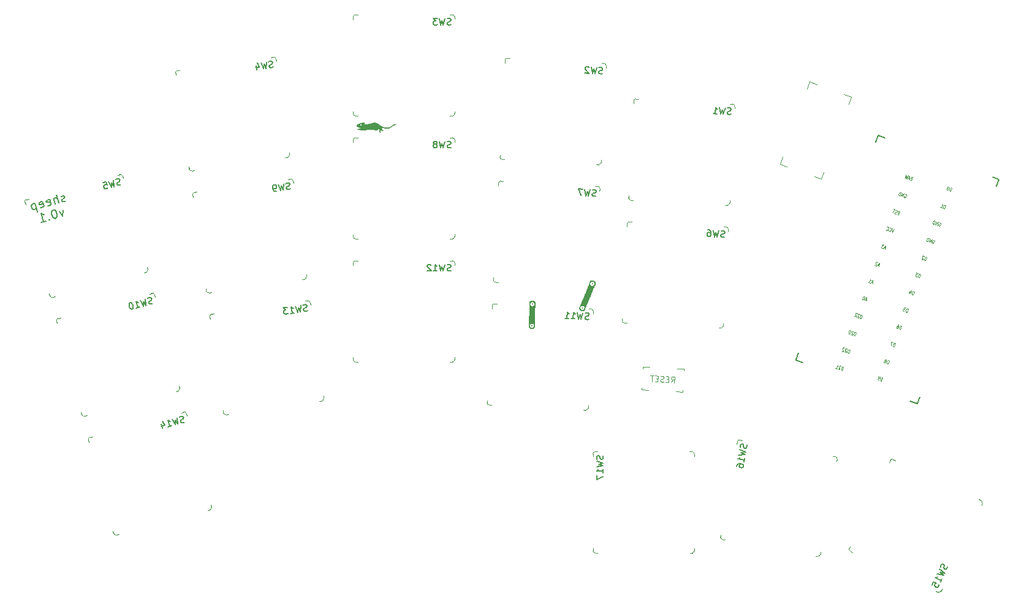
<source format=gbr>
%TF.GenerationSoftware,KiCad,Pcbnew,7.0.10*%
%TF.CreationDate,2024-03-12T15:39:51+01:00*%
%TF.ProjectId,sheep_v1,73686565-705f-4763-912e-6b696361645f,rev?*%
%TF.SameCoordinates,Original*%
%TF.FileFunction,Legend,Bot*%
%TF.FilePolarity,Positive*%
%FSLAX46Y46*%
G04 Gerber Fmt 4.6, Leading zero omitted, Abs format (unit mm)*
G04 Created by KiCad (PCBNEW 7.0.10) date 2024-03-12 15:39:51*
%MOMM*%
%LPD*%
G01*
G04 APERTURE LIST*
%ADD10C,0.150000*%
%ADD11C,0.160000*%
%ADD12C,0.100000*%
%ADD13C,0.120000*%
G04 APERTURE END LIST*
D10*
X53260767Y-82815477D02*
X53165165Y-82900252D01*
X53165165Y-82900252D02*
X52944382Y-82959411D01*
X52944382Y-82959411D02*
X52819201Y-82933794D01*
X52819201Y-82933794D02*
X52734426Y-82838192D01*
X52734426Y-82838192D02*
X52719636Y-82782996D01*
X52719636Y-82782996D02*
X52745252Y-82657815D01*
X52745252Y-82657815D02*
X52840854Y-82573040D01*
X52840854Y-82573040D02*
X53006442Y-82528671D01*
X53006442Y-82528671D02*
X53102043Y-82443896D01*
X53102043Y-82443896D02*
X53127660Y-82318715D01*
X53127660Y-82318715D02*
X53112870Y-82263519D01*
X53112870Y-82263519D02*
X53028095Y-82167917D01*
X53028095Y-82167917D02*
X52902914Y-82142301D01*
X52902914Y-82142301D02*
X52737327Y-82186670D01*
X52737327Y-82186670D02*
X52641725Y-82271445D01*
X52282032Y-83136887D02*
X51971449Y-81977776D01*
X51785270Y-83269993D02*
X51622584Y-82662840D01*
X51622584Y-82662840D02*
X51648201Y-82537659D01*
X51648201Y-82537659D02*
X51743802Y-82452884D01*
X51743802Y-82452884D02*
X51909390Y-82408515D01*
X51909390Y-82408515D02*
X52034571Y-82434131D01*
X52034571Y-82434131D02*
X52104556Y-82474537D01*
X50776957Y-83481012D02*
X50902139Y-83506628D01*
X50902139Y-83506628D02*
X51122922Y-83447469D01*
X51122922Y-83447469D02*
X51218523Y-83362694D01*
X51218523Y-83362694D02*
X51244140Y-83237513D01*
X51244140Y-83237513D02*
X51125823Y-82795947D01*
X51125823Y-82795947D02*
X51041048Y-82700345D01*
X51041048Y-82700345D02*
X50915866Y-82674729D01*
X50915866Y-82674729D02*
X50695083Y-82733887D01*
X50695083Y-82733887D02*
X50599481Y-82818662D01*
X50599481Y-82818662D02*
X50573865Y-82943844D01*
X50573865Y-82943844D02*
X50603444Y-83054235D01*
X50603444Y-83054235D02*
X51184981Y-83016730D01*
X49783434Y-83747225D02*
X49908615Y-83772842D01*
X49908615Y-83772842D02*
X50129398Y-83713683D01*
X50129398Y-83713683D02*
X50225000Y-83628908D01*
X50225000Y-83628908D02*
X50250617Y-83503727D01*
X50250617Y-83503727D02*
X50132299Y-83062161D01*
X50132299Y-83062161D02*
X50047524Y-82966559D01*
X50047524Y-82966559D02*
X49922343Y-82940942D01*
X49922343Y-82940942D02*
X49701560Y-83000101D01*
X49701560Y-83000101D02*
X49605958Y-83084876D01*
X49605958Y-83084876D02*
X49580342Y-83210057D01*
X49580342Y-83210057D02*
X49609921Y-83320449D01*
X49609921Y-83320449D02*
X50191458Y-83282944D01*
X49039211Y-83177577D02*
X49349794Y-84336688D01*
X49054001Y-83232773D02*
X48928820Y-83207156D01*
X48928820Y-83207156D02*
X48708037Y-83266315D01*
X48708037Y-83266315D02*
X48612435Y-83351090D01*
X48612435Y-83351090D02*
X48572029Y-83421075D01*
X48572029Y-83421075D02*
X48546412Y-83546257D01*
X48546412Y-83546257D02*
X48635150Y-83877431D01*
X48635150Y-83877431D02*
X48719925Y-83973033D01*
X48719925Y-83973033D02*
X48789911Y-84013439D01*
X48789911Y-84013439D02*
X48915092Y-84039055D01*
X48915092Y-84039055D02*
X49135875Y-83979897D01*
X49135875Y-83979897D02*
X49231477Y-83895122D01*
X52933789Y-84134182D02*
X52864865Y-84980871D01*
X52864865Y-84980871D02*
X52381831Y-84282078D01*
X51615954Y-84073184D02*
X51505562Y-84102763D01*
X51505562Y-84102763D02*
X51409961Y-84187538D01*
X51409961Y-84187538D02*
X51369554Y-84257524D01*
X51369554Y-84257524D02*
X51343938Y-84382705D01*
X51343938Y-84382705D02*
X51347901Y-84618278D01*
X51347901Y-84618278D02*
X51421849Y-84894257D01*
X51421849Y-84894257D02*
X51536204Y-85100250D01*
X51536204Y-85100250D02*
X51620979Y-85195852D01*
X51620979Y-85195852D02*
X51690964Y-85236258D01*
X51690964Y-85236258D02*
X51816145Y-85261874D01*
X51816145Y-85261874D02*
X51926537Y-85232295D01*
X51926537Y-85232295D02*
X52022139Y-85147520D01*
X52022139Y-85147520D02*
X52062545Y-85077535D01*
X52062545Y-85077535D02*
X52088161Y-84952353D01*
X52088161Y-84952353D02*
X52084198Y-84716781D01*
X52084198Y-84716781D02*
X52010250Y-84440802D01*
X52010250Y-84440802D02*
X51895896Y-84234808D01*
X51895896Y-84234808D02*
X51811121Y-84139207D01*
X51811121Y-84139207D02*
X51741135Y-84098800D01*
X51741135Y-84098800D02*
X51615954Y-84073184D01*
X51013825Y-85358538D02*
X50973419Y-85428523D01*
X50973419Y-85428523D02*
X51043405Y-85468930D01*
X51043405Y-85468930D02*
X51083811Y-85398944D01*
X51083811Y-85398944D02*
X51013825Y-85358538D01*
X51013825Y-85358538D02*
X51043405Y-85468930D01*
X49884293Y-85779513D02*
X50546643Y-85602037D01*
X50215468Y-85690775D02*
X49904885Y-84531664D01*
X49904885Y-84531664D02*
X50059646Y-84667672D01*
X50059646Y-84667672D02*
X50199616Y-84748484D01*
X50199616Y-84748484D02*
X50324798Y-84774100D01*
D11*
X106473308Y-92465180D02*
X106344737Y-92508037D01*
X106344737Y-92508037D02*
X106130451Y-92508037D01*
X106130451Y-92508037D02*
X106044737Y-92465180D01*
X106044737Y-92465180D02*
X106001879Y-92422322D01*
X106001879Y-92422322D02*
X105959022Y-92336608D01*
X105959022Y-92336608D02*
X105959022Y-92250894D01*
X105959022Y-92250894D02*
X106001879Y-92165180D01*
X106001879Y-92165180D02*
X106044737Y-92122322D01*
X106044737Y-92122322D02*
X106130451Y-92079465D01*
X106130451Y-92079465D02*
X106301879Y-92036608D01*
X106301879Y-92036608D02*
X106387594Y-91993751D01*
X106387594Y-91993751D02*
X106430451Y-91950894D01*
X106430451Y-91950894D02*
X106473308Y-91865180D01*
X106473308Y-91865180D02*
X106473308Y-91779465D01*
X106473308Y-91779465D02*
X106430451Y-91693751D01*
X106430451Y-91693751D02*
X106387594Y-91650894D01*
X106387594Y-91650894D02*
X106301879Y-91608037D01*
X106301879Y-91608037D02*
X106087594Y-91608037D01*
X106087594Y-91608037D02*
X105959022Y-91650894D01*
X105659022Y-91608037D02*
X105444736Y-92508037D01*
X105444736Y-92508037D02*
X105273308Y-91865180D01*
X105273308Y-91865180D02*
X105101879Y-92508037D01*
X105101879Y-92508037D02*
X104887594Y-91608037D01*
X104073308Y-92508037D02*
X104587594Y-92508037D01*
X104330451Y-92508037D02*
X104330451Y-91608037D01*
X104330451Y-91608037D02*
X104416165Y-91736608D01*
X104416165Y-91736608D02*
X104501880Y-91822322D01*
X104501880Y-91822322D02*
X104587594Y-91865180D01*
X103730451Y-91693751D02*
X103687594Y-91650894D01*
X103687594Y-91650894D02*
X103601880Y-91608037D01*
X103601880Y-91608037D02*
X103387594Y-91608037D01*
X103387594Y-91608037D02*
X103301880Y-91650894D01*
X103301880Y-91650894D02*
X103259022Y-91693751D01*
X103259022Y-91693751D02*
X103216165Y-91779465D01*
X103216165Y-91779465D02*
X103216165Y-91865180D01*
X103216165Y-91865180D02*
X103259022Y-91993751D01*
X103259022Y-91993751D02*
X103773308Y-92508037D01*
X103773308Y-92508037D02*
X103216165Y-92508037D01*
D12*
X166852897Y-105385129D02*
X167023907Y-104915283D01*
X167023907Y-104915283D02*
X166934413Y-104882710D01*
X166934413Y-104882710D02*
X166872573Y-104885539D01*
X166872573Y-104885539D02*
X166820488Y-104917257D01*
X166820488Y-104917257D02*
X166786303Y-104955490D01*
X166786303Y-104955490D02*
X166735831Y-105038470D01*
X166735831Y-105038470D02*
X166711401Y-105105591D01*
X166711401Y-105105591D02*
X166696726Y-105201600D01*
X166696726Y-105201600D02*
X166698338Y-105252862D01*
X166698338Y-105252862D02*
X166717849Y-105310638D01*
X166717849Y-105310638D02*
X166763403Y-105352556D01*
X166763403Y-105352556D02*
X166852897Y-105385129D01*
X166521044Y-104960294D02*
X166564985Y-104950949D01*
X166564985Y-104950949D02*
X166591027Y-104935090D01*
X166591027Y-104935090D02*
X166625213Y-104896858D01*
X166625213Y-104896858D02*
X166633356Y-104874484D01*
X166633356Y-104874484D02*
X166631744Y-104823222D01*
X166631744Y-104823222D02*
X166621988Y-104794334D01*
X166621988Y-104794334D02*
X166594334Y-104758931D01*
X166594334Y-104758931D02*
X166522738Y-104732872D01*
X166522738Y-104732872D02*
X166478797Y-104742217D01*
X166478797Y-104742217D02*
X166452755Y-104758075D01*
X166452755Y-104758075D02*
X166418569Y-104796308D01*
X166418569Y-104796308D02*
X166410426Y-104818682D01*
X166410426Y-104818682D02*
X166412038Y-104869944D01*
X166412038Y-104869944D02*
X166421794Y-104898832D01*
X166421794Y-104898832D02*
X166449448Y-104934235D01*
X166449448Y-104934235D02*
X166521044Y-104960294D01*
X166521044Y-104960294D02*
X166548698Y-104995697D01*
X166548698Y-104995697D02*
X166558454Y-105024585D01*
X166558454Y-105024585D02*
X166560066Y-105075847D01*
X166560066Y-105075847D02*
X166527493Y-105165341D01*
X166527493Y-105165341D02*
X166493307Y-105203574D01*
X166493307Y-105203574D02*
X166467265Y-105219433D01*
X166467265Y-105219433D02*
X166423324Y-105228777D01*
X166423324Y-105228777D02*
X166351728Y-105202719D01*
X166351728Y-105202719D02*
X166324073Y-105167316D01*
X166324073Y-105167316D02*
X166314318Y-105138427D01*
X166314318Y-105138427D02*
X166312706Y-105087165D01*
X166312706Y-105087165D02*
X166345279Y-104997671D01*
X166345279Y-104997671D02*
X166379465Y-104959438D01*
X166379465Y-104959438D02*
X166405507Y-104943579D01*
X166405507Y-104943579D02*
X166449448Y-104934235D01*
X165631310Y-91755498D02*
X165452321Y-91690351D01*
X165618248Y-91902769D02*
X165663966Y-91387320D01*
X165663966Y-91387320D02*
X165367663Y-91811564D01*
X165414994Y-91347377D02*
X165405238Y-91318488D01*
X165405238Y-91318488D02*
X165377584Y-91283085D01*
X165377584Y-91283085D02*
X165288089Y-91250512D01*
X165288089Y-91250512D02*
X165244148Y-91259856D01*
X165244148Y-91259856D02*
X165218106Y-91275715D01*
X165218106Y-91275715D02*
X165183920Y-91313948D01*
X165183920Y-91313948D02*
X165167633Y-91358695D01*
X165167633Y-91358695D02*
X165161102Y-91432331D01*
X165161102Y-91432331D02*
X165278169Y-91778990D01*
X165278169Y-91778990D02*
X165045483Y-91694300D01*
X168590359Y-100611491D02*
X168761369Y-100141645D01*
X168761369Y-100141645D02*
X168671875Y-100109072D01*
X168671875Y-100109072D02*
X168610035Y-100111901D01*
X168610035Y-100111901D02*
X168557950Y-100143619D01*
X168557950Y-100143619D02*
X168523765Y-100181852D01*
X168523765Y-100181852D02*
X168473293Y-100264832D01*
X168473293Y-100264832D02*
X168448863Y-100331953D01*
X168448863Y-100331953D02*
X168434188Y-100427962D01*
X168434188Y-100427962D02*
X168435800Y-100479224D01*
X168435800Y-100479224D02*
X168455311Y-100537000D01*
X168455311Y-100537000D02*
X168500865Y-100578918D01*
X168500865Y-100578918D02*
X168590359Y-100611491D01*
X168224402Y-99946205D02*
X168295998Y-99972264D01*
X168295998Y-99972264D02*
X168323652Y-100007667D01*
X168323652Y-100007667D02*
X168333408Y-100036555D01*
X168333408Y-100036555D02*
X168344776Y-100116705D01*
X168344776Y-100116705D02*
X168330101Y-100212714D01*
X168330101Y-100212714D02*
X168264955Y-100391703D01*
X168264955Y-100391703D02*
X168230769Y-100429936D01*
X168230769Y-100429936D02*
X168204727Y-100445795D01*
X168204727Y-100445795D02*
X168160786Y-100455139D01*
X168160786Y-100455139D02*
X168089190Y-100429081D01*
X168089190Y-100429081D02*
X168061535Y-100393678D01*
X168061535Y-100393678D02*
X168051780Y-100364789D01*
X168051780Y-100364789D02*
X168050168Y-100313527D01*
X168050168Y-100313527D02*
X168090884Y-100201659D01*
X168090884Y-100201659D02*
X168125070Y-100163427D01*
X168125070Y-100163427D02*
X168151112Y-100147568D01*
X168151112Y-100147568D02*
X168195053Y-100138223D01*
X168195053Y-100138223D02*
X168266649Y-100164282D01*
X168266649Y-100164282D02*
X168294303Y-100199685D01*
X168294303Y-100199685D02*
X168304059Y-100228573D01*
X168304059Y-100228573D02*
X168305671Y-100279835D01*
X169239168Y-81898686D02*
X169283109Y-81889342D01*
X169283109Y-81889342D02*
X169336806Y-81908886D01*
X169336806Y-81908886D02*
X169382359Y-81950803D01*
X169382359Y-81950803D02*
X169401870Y-82008580D01*
X169401870Y-82008580D02*
X169403483Y-82059842D01*
X169403483Y-82059842D02*
X169388808Y-82155851D01*
X169388808Y-82155851D02*
X169364378Y-82222972D01*
X169364378Y-82222972D02*
X169313906Y-82305952D01*
X169313906Y-82305952D02*
X169279720Y-82344185D01*
X169279720Y-82344185D02*
X169227636Y-82375902D01*
X169227636Y-82375902D02*
X169165796Y-82378732D01*
X169165796Y-82378732D02*
X169129998Y-82365703D01*
X169129998Y-82365703D02*
X169084445Y-82323785D01*
X169084445Y-82323785D02*
X169074689Y-82294897D01*
X169074689Y-82294897D02*
X169131692Y-82138281D01*
X169131692Y-82138281D02*
X169203288Y-82164340D01*
X168897312Y-82281012D02*
X169068322Y-81811166D01*
X169068322Y-81811166D02*
X168682525Y-82202836D01*
X168682525Y-82202836D02*
X168853535Y-81732990D01*
X168503536Y-82137689D02*
X168674546Y-81667843D01*
X168674546Y-81667843D02*
X168585051Y-81635270D01*
X168585051Y-81635270D02*
X168523211Y-81638099D01*
X168523211Y-81638099D02*
X168471127Y-81669817D01*
X168471127Y-81669817D02*
X168436941Y-81708050D01*
X168436941Y-81708050D02*
X168386469Y-81791030D01*
X168386469Y-81791030D02*
X168362039Y-81858150D01*
X168362039Y-81858150D02*
X168347365Y-81954160D01*
X168347365Y-81954160D02*
X168348977Y-82005422D01*
X168348977Y-82005422D02*
X168368488Y-82063198D01*
X168368488Y-82063198D02*
X168414041Y-82105116D01*
X168414041Y-82105116D02*
X168503536Y-82137689D01*
X167724635Y-86728126D02*
X167428333Y-87152370D01*
X167428333Y-87152370D02*
X167474051Y-86636921D01*
X166979248Y-86938241D02*
X166989004Y-86967129D01*
X166989004Y-86967129D02*
X167034557Y-87009047D01*
X167034557Y-87009047D02*
X167070355Y-87022076D01*
X167070355Y-87022076D02*
X167132195Y-87019247D01*
X167132195Y-87019247D02*
X167184280Y-86987529D01*
X167184280Y-86987529D02*
X167218465Y-86949296D01*
X167218465Y-86949296D02*
X167268937Y-86866316D01*
X167268937Y-86866316D02*
X167293367Y-86799196D01*
X167293367Y-86799196D02*
X167308042Y-86703186D01*
X167308042Y-86703186D02*
X167306430Y-86651924D01*
X167306430Y-86651924D02*
X167286918Y-86594148D01*
X167286918Y-86594148D02*
X167241365Y-86552230D01*
X167241365Y-86552230D02*
X167205567Y-86539201D01*
X167205567Y-86539201D02*
X167143727Y-86542030D01*
X167143727Y-86542030D02*
X167117685Y-86557889D01*
X166603371Y-86801433D02*
X166613127Y-86830321D01*
X166613127Y-86830321D02*
X166658680Y-86872239D01*
X166658680Y-86872239D02*
X166694478Y-86885268D01*
X166694478Y-86885268D02*
X166756318Y-86882439D01*
X166756318Y-86882439D02*
X166808402Y-86850721D01*
X166808402Y-86850721D02*
X166842588Y-86812488D01*
X166842588Y-86812488D02*
X166893060Y-86729508D01*
X166893060Y-86729508D02*
X166917490Y-86662387D01*
X166917490Y-86662387D02*
X166932165Y-86566378D01*
X166932165Y-86566378D02*
X166930553Y-86515116D01*
X166930553Y-86515116D02*
X166911041Y-86457340D01*
X166911041Y-86457340D02*
X166865488Y-86415422D01*
X166865488Y-86415422D02*
X166829690Y-86402393D01*
X166829690Y-86402393D02*
X166767850Y-86405222D01*
X166767850Y-86405222D02*
X166741808Y-86421081D01*
X165984166Y-107771948D02*
X166155176Y-107302102D01*
X166155176Y-107302102D02*
X166065682Y-107269529D01*
X166065682Y-107269529D02*
X166003842Y-107272358D01*
X166003842Y-107272358D02*
X165951757Y-107304076D01*
X165951757Y-107304076D02*
X165917572Y-107342309D01*
X165917572Y-107342309D02*
X165867100Y-107425289D01*
X165867100Y-107425289D02*
X165842670Y-107492410D01*
X165842670Y-107492410D02*
X165827995Y-107588419D01*
X165827995Y-107588419D02*
X165829607Y-107639681D01*
X165829607Y-107639681D02*
X165849118Y-107697457D01*
X165849118Y-107697457D02*
X165894672Y-107739375D01*
X165894672Y-107739375D02*
X165984166Y-107771948D01*
X165590390Y-107628626D02*
X165518795Y-107602567D01*
X165518795Y-107602567D02*
X165491140Y-107567164D01*
X165491140Y-107567164D02*
X165481385Y-107538276D01*
X165481385Y-107538276D02*
X165470017Y-107458125D01*
X165470017Y-107458125D02*
X165484691Y-107362116D01*
X165484691Y-107362116D02*
X165549838Y-107183127D01*
X165549838Y-107183127D02*
X165584024Y-107144894D01*
X165584024Y-107144894D02*
X165610066Y-107129036D01*
X165610066Y-107129036D02*
X165654007Y-107119691D01*
X165654007Y-107119691D02*
X165725603Y-107145750D01*
X165725603Y-107145750D02*
X165753257Y-107181153D01*
X165753257Y-107181153D02*
X165763013Y-107210041D01*
X165763013Y-107210041D02*
X165764625Y-107261303D01*
X165764625Y-107261303D02*
X165723908Y-107373171D01*
X165723908Y-107373171D02*
X165689723Y-107411404D01*
X165689723Y-107411404D02*
X165663680Y-107427263D01*
X165663680Y-107427263D02*
X165619739Y-107436607D01*
X165619739Y-107436607D02*
X165548144Y-107410548D01*
X165548144Y-107410548D02*
X165520489Y-107375145D01*
X165520489Y-107375145D02*
X165510734Y-107346257D01*
X165510734Y-107346257D02*
X165509121Y-107294995D01*
X171195527Y-93453852D02*
X171366537Y-92984006D01*
X171366537Y-92984006D02*
X171277043Y-92951433D01*
X171277043Y-92951433D02*
X171215203Y-92954262D01*
X171215203Y-92954262D02*
X171163118Y-92985980D01*
X171163118Y-92985980D02*
X171128933Y-93024213D01*
X171128933Y-93024213D02*
X171078461Y-93107193D01*
X171078461Y-93107193D02*
X171054031Y-93174314D01*
X171054031Y-93174314D02*
X171039356Y-93270323D01*
X171039356Y-93270323D02*
X171040968Y-93321585D01*
X171040968Y-93321585D02*
X171060479Y-93379361D01*
X171060479Y-93379361D02*
X171106033Y-93421279D01*
X171106033Y-93421279D02*
X171195527Y-93453852D01*
X171026458Y-92860227D02*
X170793772Y-92775537D01*
X170793772Y-92775537D02*
X170853918Y-93000128D01*
X170853918Y-93000128D02*
X170800221Y-92980584D01*
X170800221Y-92980584D02*
X170756280Y-92989929D01*
X170756280Y-92989929D02*
X170730238Y-93005788D01*
X170730238Y-93005788D02*
X170696052Y-93044020D01*
X170696052Y-93044020D02*
X170655336Y-93155888D01*
X170655336Y-93155888D02*
X170656948Y-93207150D01*
X170656948Y-93207150D02*
X170666703Y-93236039D01*
X170666703Y-93236039D02*
X170694358Y-93271442D01*
X170694358Y-93271442D02*
X170801751Y-93310530D01*
X170801751Y-93310530D02*
X170845693Y-93301185D01*
X170845693Y-93301185D02*
X170871735Y-93285326D01*
X161427760Y-103889421D02*
X161598770Y-103419575D01*
X161598770Y-103419575D02*
X161509276Y-103387001D01*
X161509276Y-103387001D02*
X161447436Y-103389831D01*
X161447436Y-103389831D02*
X161395351Y-103421549D01*
X161395351Y-103421549D02*
X161361166Y-103459781D01*
X161361166Y-103459781D02*
X161310693Y-103542761D01*
X161310693Y-103542761D02*
X161286263Y-103609882D01*
X161286263Y-103609882D02*
X161271589Y-103705891D01*
X161271589Y-103705891D02*
X161273201Y-103757153D01*
X161273201Y-103757153D02*
X161292712Y-103814930D01*
X161292712Y-103814930D02*
X161338266Y-103856848D01*
X161338266Y-103856848D02*
X161427760Y-103889421D01*
X161224506Y-103334028D02*
X161214750Y-103305140D01*
X161214750Y-103305140D02*
X161187095Y-103269737D01*
X161187095Y-103269737D02*
X161097601Y-103237164D01*
X161097601Y-103237164D02*
X161053660Y-103246508D01*
X161053660Y-103246508D02*
X161027618Y-103262367D01*
X161027618Y-103262367D02*
X160993432Y-103300600D01*
X160993432Y-103300600D02*
X160977145Y-103345347D01*
X160977145Y-103345347D02*
X160970614Y-103418983D01*
X160970614Y-103418983D02*
X161087681Y-103765642D01*
X161087681Y-103765642D02*
X160854995Y-103680951D01*
X160866528Y-103203735D02*
X160856772Y-103174847D01*
X160856772Y-103174847D02*
X160829118Y-103139444D01*
X160829118Y-103139444D02*
X160739623Y-103106871D01*
X160739623Y-103106871D02*
X160695682Y-103116215D01*
X160695682Y-103116215D02*
X160669640Y-103132074D01*
X160669640Y-103132074D02*
X160635454Y-103170306D01*
X160635454Y-103170306D02*
X160619168Y-103215054D01*
X160619168Y-103215054D02*
X160612636Y-103288689D01*
X160612636Y-103288689D02*
X160729703Y-103635349D01*
X160729703Y-103635349D02*
X160497017Y-103550658D01*
X169918184Y-79949567D02*
X170124909Y-79771433D01*
X170132971Y-80027743D02*
X170303981Y-79557896D01*
X170303981Y-79557896D02*
X170160789Y-79505779D01*
X170160789Y-79505779D02*
X170116848Y-79515123D01*
X170116848Y-79515123D02*
X170090806Y-79530982D01*
X170090806Y-79530982D02*
X170056620Y-79569215D01*
X170056620Y-79569215D02*
X170032190Y-79636336D01*
X170032190Y-79636336D02*
X170033803Y-79687598D01*
X170033803Y-79687598D02*
X170043558Y-79716486D01*
X170043558Y-79716486D02*
X170071213Y-79751889D01*
X170071213Y-79751889D02*
X170214404Y-79804006D01*
X169823852Y-79763207D02*
X169644863Y-79698061D01*
X169810790Y-79910479D02*
X169856508Y-79395030D01*
X169856508Y-79395030D02*
X169560205Y-79819273D01*
X169641721Y-79316854D02*
X169381217Y-79754127D01*
X169381217Y-79754127D02*
X169431771Y-79392463D01*
X169431771Y-79392463D02*
X169238025Y-79702009D01*
X169238025Y-79702009D02*
X169319541Y-79199590D01*
X162296491Y-101502602D02*
X162467501Y-101032756D01*
X162467501Y-101032756D02*
X162378007Y-101000182D01*
X162378007Y-101000182D02*
X162316167Y-101003012D01*
X162316167Y-101003012D02*
X162264082Y-101034730D01*
X162264082Y-101034730D02*
X162229897Y-101072962D01*
X162229897Y-101072962D02*
X162179424Y-101155942D01*
X162179424Y-101155942D02*
X162154994Y-101223063D01*
X162154994Y-101223063D02*
X162140320Y-101319072D01*
X162140320Y-101319072D02*
X162141932Y-101370334D01*
X162141932Y-101370334D02*
X162161443Y-101428111D01*
X162161443Y-101428111D02*
X162206997Y-101470029D01*
X162206997Y-101470029D02*
X162296491Y-101502602D01*
X162093237Y-100947209D02*
X162083481Y-100918321D01*
X162083481Y-100918321D02*
X162055826Y-100882918D01*
X162055826Y-100882918D02*
X161966332Y-100850345D01*
X161966332Y-100850345D02*
X161922391Y-100859689D01*
X161922391Y-100859689D02*
X161896349Y-100875548D01*
X161896349Y-100875548D02*
X161862163Y-100913781D01*
X161862163Y-100913781D02*
X161845876Y-100958528D01*
X161845876Y-100958528D02*
X161839345Y-101032164D01*
X161839345Y-101032164D02*
X161956412Y-101378823D01*
X161956412Y-101378823D02*
X161723726Y-101294132D01*
X161662051Y-100739596D02*
X161626253Y-100726566D01*
X161626253Y-100726566D02*
X161582312Y-100735911D01*
X161582312Y-100735911D02*
X161556270Y-100751770D01*
X161556270Y-100751770D02*
X161522084Y-100790002D01*
X161522084Y-100790002D02*
X161471612Y-100872982D01*
X161471612Y-100872982D02*
X161430895Y-100984850D01*
X161430895Y-100984850D02*
X161416221Y-101080859D01*
X161416221Y-101080859D02*
X161417833Y-101132121D01*
X161417833Y-101132121D02*
X161427589Y-101161010D01*
X161427589Y-101161010D02*
X161455243Y-101196413D01*
X161455243Y-101196413D02*
X161491041Y-101209442D01*
X161491041Y-101209442D02*
X161534982Y-101200098D01*
X161534982Y-101200098D02*
X161561024Y-101184239D01*
X161561024Y-101184239D02*
X161595210Y-101146006D01*
X161595210Y-101146006D02*
X161645682Y-101063026D01*
X161645682Y-101063026D02*
X161686399Y-100951158D01*
X161686399Y-100951158D02*
X161701073Y-100855149D01*
X161701073Y-100855149D02*
X161699461Y-100803887D01*
X161699461Y-100803887D02*
X161689705Y-100774999D01*
X161689705Y-100774999D02*
X161662051Y-100739596D01*
X164763605Y-94139498D02*
X164584616Y-94074351D01*
X164750543Y-94286769D02*
X164796261Y-93771320D01*
X164796261Y-93771320D02*
X164499958Y-94195564D01*
X164177778Y-94078300D02*
X164392565Y-94156476D01*
X164285172Y-94117388D02*
X164456182Y-93647541D01*
X164456182Y-93647541D02*
X164467550Y-93727692D01*
X164467550Y-93727692D02*
X164487061Y-93785468D01*
X164487061Y-93785468D02*
X164514715Y-93820871D01*
X163894874Y-96526317D02*
X163715885Y-96461170D01*
X163881812Y-96673588D02*
X163927530Y-96158139D01*
X163927530Y-96158139D02*
X163631227Y-96582383D01*
X163605350Y-96040875D02*
X163569552Y-96027846D01*
X163569552Y-96027846D02*
X163525611Y-96037190D01*
X163525611Y-96037190D02*
X163499569Y-96053049D01*
X163499569Y-96053049D02*
X163465383Y-96091282D01*
X163465383Y-96091282D02*
X163414911Y-96174261D01*
X163414911Y-96174261D02*
X163374194Y-96286130D01*
X163374194Y-96286130D02*
X163359520Y-96382139D01*
X163359520Y-96382139D02*
X163361132Y-96433401D01*
X163361132Y-96433401D02*
X163370887Y-96462289D01*
X163370887Y-96462289D02*
X163398542Y-96497692D01*
X163398542Y-96497692D02*
X163434340Y-96510721D01*
X163434340Y-96510721D02*
X163478281Y-96501377D01*
X163478281Y-96501377D02*
X163504323Y-96485518D01*
X163504323Y-96485518D02*
X163538509Y-96447286D01*
X163538509Y-96447286D02*
X163588981Y-96364306D01*
X163588981Y-96364306D02*
X163629698Y-96252437D01*
X163629698Y-96252437D02*
X163644372Y-96156428D01*
X163644372Y-96156428D02*
X163642760Y-96105166D01*
X163642760Y-96105166D02*
X163633004Y-96076278D01*
X163633004Y-96076278D02*
X163605350Y-96040875D01*
X168127025Y-84703662D02*
X168333751Y-84525528D01*
X168341812Y-84781838D02*
X168512822Y-84311991D01*
X168512822Y-84311991D02*
X168369630Y-84259874D01*
X168369630Y-84259874D02*
X168325689Y-84269218D01*
X168325689Y-84269218D02*
X168299647Y-84285077D01*
X168299647Y-84285077D02*
X168265462Y-84323310D01*
X168265462Y-84323310D02*
X168241031Y-84390431D01*
X168241031Y-84390431D02*
X168242644Y-84441693D01*
X168242644Y-84441693D02*
X168252399Y-84470581D01*
X168252399Y-84470581D02*
X168280054Y-84505984D01*
X168280054Y-84505984D02*
X168423245Y-84558101D01*
X167991977Y-84629171D02*
X167930137Y-84632000D01*
X167930137Y-84632000D02*
X167840642Y-84599427D01*
X167840642Y-84599427D02*
X167812988Y-84564024D01*
X167812988Y-84564024D02*
X167803232Y-84535136D01*
X167803232Y-84535136D02*
X167801620Y-84483874D01*
X167801620Y-84483874D02*
X167817907Y-84439126D01*
X167817907Y-84439126D02*
X167852092Y-84400894D01*
X167852092Y-84400894D02*
X167878134Y-84385035D01*
X167878134Y-84385035D02*
X167922076Y-84375691D01*
X167922076Y-84375691D02*
X168001815Y-84379376D01*
X168001815Y-84379376D02*
X168045756Y-84370031D01*
X168045756Y-84370031D02*
X168071798Y-84354172D01*
X168071798Y-84354172D02*
X168105984Y-84315940D01*
X168105984Y-84315940D02*
X168122270Y-84271192D01*
X168122270Y-84271192D02*
X168120658Y-84219931D01*
X168120658Y-84219931D02*
X168110902Y-84191042D01*
X168110902Y-84191042D02*
X168083248Y-84155639D01*
X168083248Y-84155639D02*
X167993753Y-84123066D01*
X167993753Y-84123066D02*
X167931913Y-84125896D01*
X167832664Y-84064434D02*
X167617877Y-83986258D01*
X167554260Y-84495192D02*
X167725270Y-84025346D01*
X173105832Y-88233179D02*
X173149773Y-88223835D01*
X173149773Y-88223835D02*
X173203470Y-88243379D01*
X173203470Y-88243379D02*
X173249023Y-88285296D01*
X173249023Y-88285296D02*
X173268534Y-88343073D01*
X173268534Y-88343073D02*
X173270147Y-88394335D01*
X173270147Y-88394335D02*
X173255472Y-88490344D01*
X173255472Y-88490344D02*
X173231042Y-88557465D01*
X173231042Y-88557465D02*
X173180570Y-88640445D01*
X173180570Y-88640445D02*
X173146384Y-88678678D01*
X173146384Y-88678678D02*
X173094300Y-88710395D01*
X173094300Y-88710395D02*
X173032460Y-88713225D01*
X173032460Y-88713225D02*
X172996662Y-88700196D01*
X172996662Y-88700196D02*
X172951109Y-88658278D01*
X172951109Y-88658278D02*
X172941353Y-88629390D01*
X172941353Y-88629390D02*
X172998356Y-88472774D01*
X172998356Y-88472774D02*
X173069952Y-88498833D01*
X172763976Y-88615505D02*
X172934986Y-88145659D01*
X172934986Y-88145659D02*
X172549189Y-88537329D01*
X172549189Y-88537329D02*
X172720199Y-88067483D01*
X172370200Y-88472182D02*
X172541210Y-88002336D01*
X172541210Y-88002336D02*
X172451715Y-87969763D01*
X172451715Y-87969763D02*
X172389875Y-87972592D01*
X172389875Y-87972592D02*
X172337791Y-88004310D01*
X172337791Y-88004310D02*
X172303605Y-88042543D01*
X172303605Y-88042543D02*
X172253133Y-88125523D01*
X172253133Y-88125523D02*
X172228703Y-88192643D01*
X172228703Y-88192643D02*
X172214029Y-88288653D01*
X172214029Y-88288653D02*
X172215641Y-88339915D01*
X172215641Y-88339915D02*
X172235152Y-88397691D01*
X172235152Y-88397691D02*
X172280705Y-88439609D01*
X172280705Y-88439609D02*
X172370200Y-88472182D01*
X174671477Y-83903756D02*
X174842487Y-83433910D01*
X174842487Y-83433910D02*
X174752993Y-83401337D01*
X174752993Y-83401337D02*
X174691153Y-83404166D01*
X174691153Y-83404166D02*
X174639068Y-83435884D01*
X174639068Y-83435884D02*
X174604883Y-83474117D01*
X174604883Y-83474117D02*
X174554411Y-83557097D01*
X174554411Y-83557097D02*
X174529981Y-83624218D01*
X174529981Y-83624218D02*
X174515306Y-83720227D01*
X174515306Y-83720227D02*
X174516918Y-83771489D01*
X174516918Y-83771489D02*
X174536429Y-83829265D01*
X174536429Y-83829265D02*
X174581983Y-83871183D01*
X174581983Y-83871183D02*
X174671477Y-83903756D01*
X174098712Y-83695287D02*
X174313499Y-83773463D01*
X174206106Y-83734375D02*
X174377116Y-83264529D01*
X174377116Y-83264529D02*
X174388484Y-83344679D01*
X174388484Y-83344679D02*
X174407995Y-83402455D01*
X174407995Y-83402455D02*
X174435649Y-83437858D01*
X167721628Y-102998310D02*
X167892638Y-102528464D01*
X167892638Y-102528464D02*
X167803144Y-102495891D01*
X167803144Y-102495891D02*
X167741304Y-102498720D01*
X167741304Y-102498720D02*
X167689219Y-102530438D01*
X167689219Y-102530438D02*
X167655034Y-102568671D01*
X167655034Y-102568671D02*
X167604562Y-102651651D01*
X167604562Y-102651651D02*
X167580132Y-102718772D01*
X167580132Y-102718772D02*
X167565457Y-102814781D01*
X167565457Y-102814781D02*
X167567069Y-102866043D01*
X167567069Y-102866043D02*
X167586580Y-102923819D01*
X167586580Y-102923819D02*
X167632134Y-102965737D01*
X167632134Y-102965737D02*
X167721628Y-102998310D01*
X167552559Y-102404685D02*
X167301975Y-102313480D01*
X167301975Y-102313480D02*
X167292055Y-102841958D01*
X169459090Y-98224671D02*
X169630100Y-97754825D01*
X169630100Y-97754825D02*
X169540606Y-97722252D01*
X169540606Y-97722252D02*
X169478766Y-97725081D01*
X169478766Y-97725081D02*
X169426681Y-97756799D01*
X169426681Y-97756799D02*
X169392496Y-97795032D01*
X169392496Y-97795032D02*
X169342024Y-97878012D01*
X169342024Y-97878012D02*
X169317594Y-97945133D01*
X169317594Y-97945133D02*
X169302919Y-98041142D01*
X169302919Y-98041142D02*
X169304531Y-98092404D01*
X169304531Y-98092404D02*
X169324042Y-98150180D01*
X169324042Y-98150180D02*
X169369596Y-98192098D01*
X169369596Y-98192098D02*
X169459090Y-98224671D01*
X169075234Y-97552870D02*
X169254223Y-97618017D01*
X169254223Y-97618017D02*
X169190689Y-97848268D01*
X169190689Y-97848268D02*
X169180933Y-97819380D01*
X169180933Y-97819380D02*
X169153279Y-97783977D01*
X169153279Y-97783977D02*
X169063784Y-97751403D01*
X169063784Y-97751403D02*
X169019843Y-97760748D01*
X169019843Y-97760748D02*
X168993801Y-97776607D01*
X168993801Y-97776607D02*
X168959615Y-97814839D01*
X168959615Y-97814839D02*
X168918899Y-97926707D01*
X168918899Y-97926707D02*
X168920511Y-97977969D01*
X168920511Y-97977969D02*
X168930266Y-98006858D01*
X168930266Y-98006858D02*
X168957921Y-98042261D01*
X168957921Y-98042261D02*
X169047416Y-98074834D01*
X169047416Y-98074834D02*
X169091357Y-98065490D01*
X169091357Y-98065490D02*
X169117399Y-98049631D01*
X173974563Y-85846360D02*
X174018504Y-85837016D01*
X174018504Y-85837016D02*
X174072201Y-85856560D01*
X174072201Y-85856560D02*
X174117754Y-85898477D01*
X174117754Y-85898477D02*
X174137265Y-85956254D01*
X174137265Y-85956254D02*
X174138878Y-86007516D01*
X174138878Y-86007516D02*
X174124203Y-86103525D01*
X174124203Y-86103525D02*
X174099773Y-86170646D01*
X174099773Y-86170646D02*
X174049301Y-86253626D01*
X174049301Y-86253626D02*
X174015115Y-86291859D01*
X174015115Y-86291859D02*
X173963031Y-86323576D01*
X173963031Y-86323576D02*
X173901191Y-86326406D01*
X173901191Y-86326406D02*
X173865393Y-86313377D01*
X173865393Y-86313377D02*
X173819840Y-86271459D01*
X173819840Y-86271459D02*
X173810084Y-86242571D01*
X173810084Y-86242571D02*
X173867087Y-86085955D01*
X173867087Y-86085955D02*
X173938683Y-86112014D01*
X173632707Y-86228686D02*
X173803717Y-85758840D01*
X173803717Y-85758840D02*
X173417920Y-86150510D01*
X173417920Y-86150510D02*
X173588930Y-85680664D01*
X173238931Y-86085363D02*
X173409941Y-85615517D01*
X173409941Y-85615517D02*
X173320446Y-85582944D01*
X173320446Y-85582944D02*
X173258606Y-85585773D01*
X173258606Y-85585773D02*
X173206522Y-85617491D01*
X173206522Y-85617491D02*
X173172336Y-85655724D01*
X173172336Y-85655724D02*
X173121864Y-85738704D01*
X173121864Y-85738704D02*
X173097434Y-85805824D01*
X173097434Y-85805824D02*
X173082760Y-85901834D01*
X173082760Y-85901834D02*
X173084372Y-85953096D01*
X173084372Y-85953096D02*
X173103883Y-86010872D01*
X173103883Y-86010872D02*
X173149436Y-86052790D01*
X173149436Y-86052790D02*
X173238931Y-86085363D01*
X160559028Y-106276240D02*
X160730038Y-105806394D01*
X160730038Y-105806394D02*
X160640544Y-105773820D01*
X160640544Y-105773820D02*
X160578704Y-105776650D01*
X160578704Y-105776650D02*
X160526619Y-105808368D01*
X160526619Y-105808368D02*
X160492434Y-105846600D01*
X160492434Y-105846600D02*
X160441961Y-105929580D01*
X160441961Y-105929580D02*
X160417531Y-105996701D01*
X160417531Y-105996701D02*
X160402857Y-106092710D01*
X160402857Y-106092710D02*
X160404469Y-106143972D01*
X160404469Y-106143972D02*
X160423980Y-106201749D01*
X160423980Y-106201749D02*
X160469534Y-106243667D01*
X160469534Y-106243667D02*
X160559028Y-106276240D01*
X160355774Y-105720847D02*
X160346018Y-105691959D01*
X160346018Y-105691959D02*
X160318363Y-105656556D01*
X160318363Y-105656556D02*
X160228869Y-105623983D01*
X160228869Y-105623983D02*
X160184928Y-105633327D01*
X160184928Y-105633327D02*
X160158886Y-105649186D01*
X160158886Y-105649186D02*
X160124700Y-105687419D01*
X160124700Y-105687419D02*
X160108413Y-105732166D01*
X160108413Y-105732166D02*
X160101882Y-105805802D01*
X160101882Y-105805802D02*
X160218949Y-106152461D01*
X160218949Y-106152461D02*
X159986263Y-106067770D01*
X159628285Y-105937477D02*
X159843072Y-106015653D01*
X159735679Y-105976565D02*
X159906689Y-105506719D01*
X159906689Y-105506719D02*
X159918057Y-105586869D01*
X159918057Y-105586869D02*
X159937568Y-105644646D01*
X159937568Y-105644646D02*
X159965222Y-105680049D01*
X163165222Y-99115783D02*
X163336232Y-98645937D01*
X163336232Y-98645937D02*
X163246738Y-98613363D01*
X163246738Y-98613363D02*
X163184898Y-98616193D01*
X163184898Y-98616193D02*
X163132813Y-98647911D01*
X163132813Y-98647911D02*
X163098628Y-98686143D01*
X163098628Y-98686143D02*
X163048155Y-98769123D01*
X163048155Y-98769123D02*
X163023725Y-98836244D01*
X163023725Y-98836244D02*
X163009051Y-98932253D01*
X163009051Y-98932253D02*
X163010663Y-98983515D01*
X163010663Y-98983515D02*
X163030174Y-99041292D01*
X163030174Y-99041292D02*
X163075728Y-99083210D01*
X163075728Y-99083210D02*
X163165222Y-99115783D01*
X162961968Y-98560390D02*
X162952212Y-98531502D01*
X162952212Y-98531502D02*
X162924557Y-98496099D01*
X162924557Y-98496099D02*
X162835063Y-98463526D01*
X162835063Y-98463526D02*
X162791122Y-98472870D01*
X162791122Y-98472870D02*
X162765080Y-98488729D01*
X162765080Y-98488729D02*
X162730894Y-98526962D01*
X162730894Y-98526962D02*
X162714607Y-98571709D01*
X162714607Y-98571709D02*
X162708076Y-98645345D01*
X162708076Y-98645345D02*
X162825143Y-98992004D01*
X162825143Y-98992004D02*
X162592457Y-98907313D01*
X162603990Y-98430097D02*
X162594234Y-98401209D01*
X162594234Y-98401209D02*
X162566580Y-98365806D01*
X162566580Y-98365806D02*
X162477085Y-98333233D01*
X162477085Y-98333233D02*
X162433144Y-98342577D01*
X162433144Y-98342577D02*
X162407102Y-98358436D01*
X162407102Y-98358436D02*
X162372916Y-98396668D01*
X162372916Y-98396668D02*
X162356630Y-98441416D01*
X162356630Y-98441416D02*
X162350098Y-98515051D01*
X162350098Y-98515051D02*
X162467165Y-98861711D01*
X162467165Y-98861711D02*
X162234479Y-98777020D01*
X172065284Y-91064214D02*
X172236294Y-90594368D01*
X172236294Y-90594368D02*
X172146800Y-90561795D01*
X172146800Y-90561795D02*
X172084960Y-90564624D01*
X172084960Y-90564624D02*
X172032875Y-90596342D01*
X172032875Y-90596342D02*
X171998690Y-90634575D01*
X171998690Y-90634575D02*
X171948218Y-90717555D01*
X171948218Y-90717555D02*
X171923788Y-90784676D01*
X171923788Y-90784676D02*
X171909113Y-90880685D01*
X171909113Y-90880685D02*
X171910725Y-90931947D01*
X171910725Y-90931947D02*
X171930236Y-90989723D01*
X171930236Y-90989723D02*
X171975790Y-91031641D01*
X171975790Y-91031641D02*
X172065284Y-91064214D01*
X171862030Y-90508822D02*
X171852274Y-90479934D01*
X171852274Y-90479934D02*
X171824620Y-90444531D01*
X171824620Y-90444531D02*
X171735125Y-90411957D01*
X171735125Y-90411957D02*
X171691184Y-90421302D01*
X171691184Y-90421302D02*
X171665142Y-90437160D01*
X171665142Y-90437160D02*
X171630956Y-90475393D01*
X171630956Y-90475393D02*
X171614669Y-90520140D01*
X171614669Y-90520140D02*
X171608138Y-90593776D01*
X171608138Y-90593776D02*
X171725205Y-90940436D01*
X171725205Y-90940436D02*
X171492519Y-90855745D01*
X175540208Y-81516937D02*
X175711218Y-81047091D01*
X175711218Y-81047091D02*
X175621724Y-81014518D01*
X175621724Y-81014518D02*
X175559884Y-81017347D01*
X175559884Y-81017347D02*
X175507799Y-81049065D01*
X175507799Y-81049065D02*
X175473614Y-81087298D01*
X175473614Y-81087298D02*
X175423142Y-81170278D01*
X175423142Y-81170278D02*
X175398712Y-81237399D01*
X175398712Y-81237399D02*
X175384037Y-81333408D01*
X175384037Y-81333408D02*
X175385649Y-81384670D01*
X175385649Y-81384670D02*
X175405160Y-81442446D01*
X175405160Y-81442446D02*
X175450714Y-81484364D01*
X175450714Y-81484364D02*
X175540208Y-81516937D01*
X175263746Y-80884224D02*
X175227948Y-80871195D01*
X175227948Y-80871195D02*
X175184007Y-80880539D01*
X175184007Y-80880539D02*
X175157965Y-80896398D01*
X175157965Y-80896398D02*
X175123779Y-80934631D01*
X175123779Y-80934631D02*
X175073307Y-81017611D01*
X175073307Y-81017611D02*
X175032590Y-81129479D01*
X175032590Y-81129479D02*
X175017916Y-81225488D01*
X175017916Y-81225488D02*
X175019528Y-81276750D01*
X175019528Y-81276750D02*
X175029283Y-81305638D01*
X175029283Y-81305638D02*
X175056938Y-81341041D01*
X175056938Y-81341041D02*
X175092736Y-81354071D01*
X175092736Y-81354071D02*
X175136677Y-81344726D01*
X175136677Y-81344726D02*
X175162719Y-81328867D01*
X175162719Y-81328867D02*
X175196905Y-81290635D01*
X175196905Y-81290635D02*
X175247377Y-81207655D01*
X175247377Y-81207655D02*
X175288094Y-81095787D01*
X175288094Y-81095787D02*
X175302768Y-80999777D01*
X175302768Y-80999777D02*
X175301156Y-80948515D01*
X175301156Y-80948515D02*
X175291400Y-80919627D01*
X175291400Y-80919627D02*
X175263746Y-80884224D01*
X166501068Y-89365859D02*
X166322079Y-89300712D01*
X166488006Y-89513130D02*
X166533724Y-88997681D01*
X166533724Y-88997681D02*
X166237421Y-89421925D01*
X166318937Y-88919505D02*
X166086251Y-88834814D01*
X166086251Y-88834814D02*
X166146397Y-89059406D01*
X166146397Y-89059406D02*
X166092700Y-89039862D01*
X166092700Y-89039862D02*
X166048759Y-89049206D01*
X166048759Y-89049206D02*
X166022717Y-89065065D01*
X166022717Y-89065065D02*
X165988531Y-89103298D01*
X165988531Y-89103298D02*
X165947815Y-89215166D01*
X165947815Y-89215166D02*
X165949427Y-89266428D01*
X165949427Y-89266428D02*
X165959182Y-89295316D01*
X165959182Y-89295316D02*
X165986837Y-89330719D01*
X165986837Y-89330719D02*
X166094230Y-89369807D01*
X166094230Y-89369807D02*
X166138172Y-89360463D01*
X166138172Y-89360463D02*
X166164214Y-89344604D01*
X170327821Y-95837852D02*
X170498831Y-95368006D01*
X170498831Y-95368006D02*
X170409337Y-95335433D01*
X170409337Y-95335433D02*
X170347497Y-95338262D01*
X170347497Y-95338262D02*
X170295412Y-95369980D01*
X170295412Y-95369980D02*
X170261227Y-95408213D01*
X170261227Y-95408213D02*
X170210755Y-95491193D01*
X170210755Y-95491193D02*
X170186325Y-95558314D01*
X170186325Y-95558314D02*
X170171650Y-95654323D01*
X170171650Y-95654323D02*
X170173262Y-95705585D01*
X170173262Y-95705585D02*
X170192773Y-95763361D01*
X170192773Y-95763361D02*
X170238327Y-95805279D01*
X170238327Y-95805279D02*
X170327821Y-95837852D01*
X169904861Y-95329181D02*
X169790854Y-95642412D01*
X170059502Y-95182766D02*
X170026847Y-95550943D01*
X170026847Y-95550943D02*
X169794161Y-95466253D01*
D11*
X144282212Y-87831408D02*
X144151573Y-87867478D01*
X144151573Y-87867478D02*
X143937581Y-87856263D01*
X143937581Y-87856263D02*
X143854227Y-87808979D01*
X143854227Y-87808979D02*
X143813672Y-87763937D01*
X143813672Y-87763937D02*
X143775360Y-87676097D01*
X143775360Y-87676097D02*
X143779846Y-87590501D01*
X143779846Y-87590501D02*
X143827130Y-87507147D01*
X143827130Y-87507147D02*
X143872171Y-87466591D01*
X143872171Y-87466591D02*
X143960011Y-87428279D01*
X143960011Y-87428279D02*
X144133448Y-87394452D01*
X144133448Y-87394452D02*
X144221287Y-87356140D01*
X144221287Y-87356140D02*
X144266329Y-87315584D01*
X144266329Y-87315584D02*
X144313613Y-87232231D01*
X144313613Y-87232231D02*
X144318099Y-87146634D01*
X144318099Y-87146634D02*
X144279787Y-87058794D01*
X144279787Y-87058794D02*
X144239231Y-87013753D01*
X144239231Y-87013753D02*
X144155877Y-86966468D01*
X144155877Y-86966468D02*
X143941885Y-86955253D01*
X143941885Y-86955253D02*
X143811247Y-86991323D01*
X143513901Y-86932824D02*
X143252807Y-87820375D01*
X143252807Y-87820375D02*
X143115258Y-87169427D01*
X143115258Y-87169427D02*
X142910419Y-87802432D01*
X142910419Y-87802432D02*
X142743530Y-86892450D01*
X142015957Y-86854320D02*
X142187151Y-86863292D01*
X142187151Y-86863292D02*
X142270505Y-86910576D01*
X142270505Y-86910576D02*
X142311060Y-86955617D01*
X142311060Y-86955617D02*
X142389928Y-87088498D01*
X142389928Y-87088498D02*
X142423755Y-87261935D01*
X142423755Y-87261935D02*
X142405811Y-87604322D01*
X142405811Y-87604322D02*
X142358526Y-87687676D01*
X142358526Y-87687676D02*
X142313485Y-87728232D01*
X142313485Y-87728232D02*
X142225645Y-87766544D01*
X142225645Y-87766544D02*
X142054452Y-87757572D01*
X142054452Y-87757572D02*
X141971098Y-87710288D01*
X141971098Y-87710288D02*
X141930542Y-87665247D01*
X141930542Y-87665247D02*
X141892230Y-87577407D01*
X141892230Y-87577407D02*
X141903445Y-87363415D01*
X141903445Y-87363415D02*
X141950729Y-87280061D01*
X141950729Y-87280061D02*
X141995770Y-87239505D01*
X141995770Y-87239505D02*
X142083610Y-87201193D01*
X142083610Y-87201193D02*
X142254804Y-87210165D01*
X142254804Y-87210165D02*
X142338158Y-87257449D01*
X142338158Y-87257449D02*
X142378713Y-87302491D01*
X142378713Y-87302491D02*
X142417026Y-87390330D01*
X147372080Y-116556449D02*
X147391959Y-116690510D01*
X147391959Y-116690510D02*
X147354749Y-116901540D01*
X147354749Y-116901540D02*
X147297659Y-116978510D01*
X147297659Y-116978510D02*
X147248011Y-117013274D01*
X147248011Y-117013274D02*
X147156157Y-117040596D01*
X147156157Y-117040596D02*
X147071745Y-117025712D01*
X147071745Y-117025712D02*
X146994775Y-116968621D01*
X146994775Y-116968621D02*
X146960011Y-116918973D01*
X146960011Y-116918973D02*
X146932689Y-116827119D01*
X146932689Y-116827119D02*
X146920251Y-116650853D01*
X146920251Y-116650853D02*
X146892929Y-116558999D01*
X146892929Y-116558999D02*
X146858165Y-116509351D01*
X146858165Y-116509351D02*
X146781195Y-116452260D01*
X146781195Y-116452260D02*
X146696783Y-116437376D01*
X146696783Y-116437376D02*
X146604929Y-116464698D01*
X146604929Y-116464698D02*
X146555281Y-116499462D01*
X146555281Y-116499462D02*
X146498190Y-116576432D01*
X146498190Y-116576432D02*
X146460980Y-116787462D01*
X146460980Y-116787462D02*
X146480860Y-116921523D01*
X146386559Y-117209523D02*
X147235676Y-117576837D01*
X147235676Y-117576837D02*
X146572817Y-117634030D01*
X146572817Y-117634030D02*
X147176140Y-117914485D01*
X147176140Y-117914485D02*
X146252602Y-117969232D01*
X146997530Y-118927430D02*
X147086835Y-118420957D01*
X147042182Y-118674193D02*
X146155855Y-118517910D01*
X146155855Y-118517910D02*
X146297358Y-118455824D01*
X146297358Y-118455824D02*
X146396654Y-118386296D01*
X146396654Y-118386296D02*
X146453744Y-118309326D01*
X145977246Y-119530855D02*
X146007014Y-119362031D01*
X146007014Y-119362031D02*
X146064104Y-119285061D01*
X146064104Y-119285061D02*
X146113752Y-119250297D01*
X146113752Y-119250297D02*
X146255255Y-119188211D01*
X146255255Y-119188211D02*
X146431521Y-119175773D01*
X146431521Y-119175773D02*
X146769169Y-119235310D01*
X146769169Y-119235310D02*
X146846139Y-119292400D01*
X146846139Y-119292400D02*
X146880903Y-119342048D01*
X146880903Y-119342048D02*
X146908225Y-119433902D01*
X146908225Y-119433902D02*
X146878457Y-119602727D01*
X146878457Y-119602727D02*
X146821367Y-119679697D01*
X146821367Y-119679697D02*
X146771719Y-119714461D01*
X146771719Y-119714461D02*
X146679865Y-119741783D01*
X146679865Y-119741783D02*
X146468834Y-119704572D01*
X146468834Y-119704572D02*
X146391864Y-119647482D01*
X146391864Y-119647482D02*
X146357100Y-119597834D01*
X146357100Y-119597834D02*
X146329778Y-119505980D01*
X146329778Y-119505980D02*
X146359547Y-119337156D01*
X146359547Y-119337156D02*
X146416637Y-119260186D01*
X146416637Y-119260186D02*
X146466285Y-119225422D01*
X146466285Y-119225422D02*
X146558139Y-119198100D01*
X81939031Y-64341968D02*
X81817675Y-64402301D01*
X81817675Y-64402301D02*
X81605475Y-64432124D01*
X81605475Y-64432124D02*
X81514630Y-64401613D01*
X81514630Y-64401613D02*
X81466226Y-64365138D01*
X81466226Y-64365138D02*
X81411856Y-64286222D01*
X81411856Y-64286222D02*
X81399927Y-64201342D01*
X81399927Y-64201342D02*
X81430438Y-64110497D01*
X81430438Y-64110497D02*
X81466914Y-64062093D01*
X81466914Y-64062093D02*
X81545829Y-64007724D01*
X81545829Y-64007724D02*
X81709625Y-63941425D01*
X81709625Y-63941425D02*
X81788541Y-63887056D01*
X81788541Y-63887056D02*
X81825016Y-63838651D01*
X81825016Y-63838651D02*
X81855527Y-63747807D01*
X81855527Y-63747807D02*
X81843598Y-63662927D01*
X81843598Y-63662927D02*
X81789229Y-63584011D01*
X81789229Y-63584011D02*
X81740824Y-63547536D01*
X81740824Y-63547536D02*
X81649979Y-63517025D01*
X81649979Y-63517025D02*
X81437779Y-63546847D01*
X81437779Y-63546847D02*
X81316424Y-63607181D01*
X81013378Y-63606493D02*
X80926434Y-64527557D01*
X80926434Y-64527557D02*
X80667205Y-63914815D01*
X80667205Y-63914815D02*
X80586913Y-64575274D01*
X80586913Y-64575274D02*
X80249457Y-63713855D01*
X79569729Y-64112333D02*
X79653233Y-64706494D01*
X79734212Y-63742990D02*
X80035881Y-64349768D01*
X80035881Y-64349768D02*
X79484160Y-64427307D01*
X69707229Y-113393542D02*
X69594130Y-113468216D01*
X69594130Y-113468216D02*
X69387146Y-113523677D01*
X69387146Y-113523677D02*
X69293260Y-113504465D01*
X69293260Y-113504465D02*
X69240771Y-113474160D01*
X69240771Y-113474160D02*
X69177190Y-113402459D01*
X69177190Y-113402459D02*
X69155005Y-113319665D01*
X69155005Y-113319665D02*
X69174218Y-113225779D01*
X69174218Y-113225779D02*
X69204522Y-113173290D01*
X69204522Y-113173290D02*
X69276224Y-113109709D01*
X69276224Y-113109709D02*
X69430719Y-113023943D01*
X69430719Y-113023943D02*
X69502420Y-112960362D01*
X69502420Y-112960362D02*
X69532725Y-112907873D01*
X69532725Y-112907873D02*
X69551937Y-112813987D01*
X69551937Y-112813987D02*
X69529753Y-112731193D01*
X69529753Y-112731193D02*
X69466171Y-112659492D01*
X69466171Y-112659492D02*
X69413682Y-112629187D01*
X69413682Y-112629187D02*
X69319796Y-112609975D01*
X69319796Y-112609975D02*
X69112812Y-112665436D01*
X69112812Y-112665436D02*
X68999714Y-112740110D01*
X68698844Y-112776359D02*
X68724797Y-113701153D01*
X68724797Y-113701153D02*
X68392826Y-113124570D01*
X68392826Y-113124570D02*
X68393622Y-113789891D01*
X68393622Y-113789891D02*
X67953701Y-112976019D01*
X67400099Y-114056105D02*
X67896861Y-113922998D01*
X67648480Y-113989551D02*
X67415543Y-113120218D01*
X67415543Y-113120218D02*
X67531613Y-113222224D01*
X67531613Y-113222224D02*
X67636591Y-113282833D01*
X67636591Y-113282833D02*
X67730477Y-113302046D01*
X66499665Y-113676210D02*
X66654956Y-114255765D01*
X66617911Y-113289574D02*
X66991279Y-113855065D01*
X66991279Y-113855065D02*
X66453120Y-113999264D01*
X84304974Y-81176525D02*
X84183618Y-81236858D01*
X84183618Y-81236858D02*
X83971418Y-81266681D01*
X83971418Y-81266681D02*
X83880573Y-81236170D01*
X83880573Y-81236170D02*
X83832169Y-81199695D01*
X83832169Y-81199695D02*
X83777799Y-81120779D01*
X83777799Y-81120779D02*
X83765870Y-81035899D01*
X83765870Y-81035899D02*
X83796381Y-80945054D01*
X83796381Y-80945054D02*
X83832857Y-80896650D01*
X83832857Y-80896650D02*
X83911772Y-80842281D01*
X83911772Y-80842281D02*
X84075568Y-80775982D01*
X84075568Y-80775982D02*
X84154484Y-80721613D01*
X84154484Y-80721613D02*
X84190959Y-80673208D01*
X84190959Y-80673208D02*
X84221470Y-80582364D01*
X84221470Y-80582364D02*
X84209541Y-80497484D01*
X84209541Y-80497484D02*
X84155172Y-80418568D01*
X84155172Y-80418568D02*
X84106767Y-80382093D01*
X84106767Y-80382093D02*
X84015922Y-80351582D01*
X84015922Y-80351582D02*
X83803722Y-80381404D01*
X83803722Y-80381404D02*
X83682367Y-80441738D01*
X83379321Y-80441050D02*
X83292377Y-81362114D01*
X83292377Y-81362114D02*
X83033148Y-80749372D01*
X83033148Y-80749372D02*
X82952856Y-81409831D01*
X82952856Y-81409831D02*
X82615400Y-80548412D01*
X82358696Y-81493334D02*
X82188936Y-81517193D01*
X82188936Y-81517193D02*
X82098091Y-81486682D01*
X82098091Y-81486682D02*
X82049686Y-81450206D01*
X82049686Y-81450206D02*
X81946913Y-81334815D01*
X81946913Y-81334815D02*
X81880614Y-81171020D01*
X81880614Y-81171020D02*
X81832898Y-80831499D01*
X81832898Y-80831499D02*
X81863409Y-80740654D01*
X81863409Y-80740654D02*
X81899884Y-80692250D01*
X81899884Y-80692250D02*
X81978800Y-80637881D01*
X81978800Y-80637881D02*
X82148560Y-80614022D01*
X82148560Y-80614022D02*
X82239405Y-80644533D01*
X82239405Y-80644533D02*
X82287809Y-80681009D01*
X82287809Y-80681009D02*
X82342179Y-80759924D01*
X82342179Y-80759924D02*
X82372001Y-80972125D01*
X82372001Y-80972125D02*
X82341490Y-81062969D01*
X82341490Y-81062969D02*
X82305015Y-81111374D01*
X82305015Y-81111374D02*
X82226099Y-81165743D01*
X82226099Y-81165743D02*
X82056339Y-81189601D01*
X82056339Y-81189601D02*
X81965494Y-81159090D01*
X81965494Y-81159090D02*
X81917090Y-81122615D01*
X81917090Y-81122615D02*
X81862721Y-81043699D01*
X127404477Y-65250268D02*
X127273838Y-65286338D01*
X127273838Y-65286338D02*
X127059846Y-65275123D01*
X127059846Y-65275123D02*
X126976492Y-65227839D01*
X126976492Y-65227839D02*
X126935937Y-65182797D01*
X126935937Y-65182797D02*
X126897625Y-65094957D01*
X126897625Y-65094957D02*
X126902111Y-65009361D01*
X126902111Y-65009361D02*
X126949395Y-64926007D01*
X126949395Y-64926007D02*
X126994436Y-64885451D01*
X126994436Y-64885451D02*
X127082276Y-64847139D01*
X127082276Y-64847139D02*
X127255713Y-64813312D01*
X127255713Y-64813312D02*
X127343552Y-64775000D01*
X127343552Y-64775000D02*
X127388594Y-64734444D01*
X127388594Y-64734444D02*
X127435878Y-64651091D01*
X127435878Y-64651091D02*
X127440364Y-64565494D01*
X127440364Y-64565494D02*
X127402052Y-64477654D01*
X127402052Y-64477654D02*
X127361496Y-64432613D01*
X127361496Y-64432613D02*
X127278142Y-64385328D01*
X127278142Y-64385328D02*
X127064150Y-64374113D01*
X127064150Y-64374113D02*
X126933512Y-64410183D01*
X126636166Y-64351684D02*
X126375072Y-65239235D01*
X126375072Y-65239235D02*
X126237523Y-64588287D01*
X126237523Y-64588287D02*
X126032684Y-65221292D01*
X126032684Y-65221292D02*
X125865795Y-64311310D01*
X125561720Y-64381206D02*
X125521165Y-64336165D01*
X125521165Y-64336165D02*
X125437811Y-64288881D01*
X125437811Y-64288881D02*
X125223819Y-64277666D01*
X125223819Y-64277666D02*
X125135979Y-64315978D01*
X125135979Y-64315978D02*
X125090938Y-64356534D01*
X125090938Y-64356534D02*
X125043653Y-64439887D01*
X125043653Y-64439887D02*
X125039168Y-64525484D01*
X125039168Y-64525484D02*
X125075237Y-64656122D01*
X125075237Y-64656122D02*
X125561902Y-65196619D01*
X125561902Y-65196619D02*
X125005523Y-65167460D01*
X86670917Y-98011082D02*
X86549561Y-98071415D01*
X86549561Y-98071415D02*
X86337361Y-98101238D01*
X86337361Y-98101238D02*
X86246516Y-98070727D01*
X86246516Y-98070727D02*
X86198112Y-98034252D01*
X86198112Y-98034252D02*
X86143742Y-97955336D01*
X86143742Y-97955336D02*
X86131813Y-97870456D01*
X86131813Y-97870456D02*
X86162324Y-97779611D01*
X86162324Y-97779611D02*
X86198800Y-97731207D01*
X86198800Y-97731207D02*
X86277715Y-97676838D01*
X86277715Y-97676838D02*
X86441511Y-97610539D01*
X86441511Y-97610539D02*
X86520427Y-97556170D01*
X86520427Y-97556170D02*
X86556902Y-97507765D01*
X86556902Y-97507765D02*
X86587413Y-97416921D01*
X86587413Y-97416921D02*
X86575484Y-97332041D01*
X86575484Y-97332041D02*
X86521115Y-97253125D01*
X86521115Y-97253125D02*
X86472710Y-97216650D01*
X86472710Y-97216650D02*
X86381865Y-97186139D01*
X86381865Y-97186139D02*
X86169665Y-97215961D01*
X86169665Y-97215961D02*
X86048310Y-97276295D01*
X85745264Y-97275607D02*
X85658320Y-98196671D01*
X85658320Y-98196671D02*
X85399091Y-97583929D01*
X85399091Y-97583929D02*
X85318799Y-98244388D01*
X85318799Y-98244388D02*
X84981343Y-97382969D01*
X84300238Y-98387537D02*
X84809519Y-98315962D01*
X84554879Y-98351750D02*
X84429623Y-97460508D01*
X84429623Y-97460508D02*
X84532397Y-97575900D01*
X84532397Y-97575900D02*
X84629206Y-97648851D01*
X84629206Y-97648851D02*
X84720051Y-97679361D01*
X83877902Y-97538048D02*
X83326181Y-97615587D01*
X83326181Y-97615587D02*
X83670978Y-97913356D01*
X83670978Y-97913356D02*
X83543658Y-97931249D01*
X83543658Y-97931249D02*
X83464742Y-97985618D01*
X83464742Y-97985618D02*
X83428267Y-98034023D01*
X83428267Y-98034023D02*
X83397756Y-98124868D01*
X83397756Y-98124868D02*
X83427579Y-98337068D01*
X83427579Y-98337068D02*
X83481948Y-98415984D01*
X83481948Y-98415984D02*
X83530353Y-98452459D01*
X83530353Y-98452459D02*
X83621197Y-98482970D01*
X83621197Y-98482970D02*
X83875838Y-98447183D01*
X83875838Y-98447183D02*
X83954753Y-98392814D01*
X83954753Y-98392814D02*
X83991229Y-98344409D01*
D12*
X136901201Y-107925727D02*
X137187440Y-107559253D01*
X137357717Y-107949652D02*
X137399586Y-107150748D01*
X137399586Y-107150748D02*
X137095242Y-107134798D01*
X137095242Y-107134798D02*
X137017162Y-107168854D01*
X137017162Y-107168854D02*
X136977125Y-107204903D01*
X136977125Y-107204903D02*
X136935095Y-107278996D01*
X136935095Y-107278996D02*
X136929113Y-107393125D01*
X136929113Y-107393125D02*
X136963169Y-107471204D01*
X136963169Y-107471204D02*
X136999218Y-107511241D01*
X136999218Y-107511241D02*
X137073311Y-107553272D01*
X137073311Y-107553272D02*
X137377655Y-107569222D01*
X136580745Y-107489310D02*
X136314444Y-107475354D01*
X136178383Y-107887846D02*
X136558814Y-107907783D01*
X136558814Y-107907783D02*
X136600682Y-107108880D01*
X136600682Y-107108880D02*
X136220252Y-107088942D01*
X135876032Y-107833853D02*
X135759910Y-107865915D01*
X135759910Y-107865915D02*
X135569694Y-107855946D01*
X135569694Y-107855946D02*
X135495602Y-107813915D01*
X135495602Y-107813915D02*
X135459553Y-107773878D01*
X135459553Y-107773878D02*
X135425497Y-107695799D01*
X135425497Y-107695799D02*
X135429485Y-107619713D01*
X135429485Y-107619713D02*
X135471515Y-107545620D01*
X135471515Y-107545620D02*
X135511552Y-107509571D01*
X135511552Y-107509571D02*
X135589632Y-107475515D01*
X135589632Y-107475515D02*
X135743798Y-107445447D01*
X135743798Y-107445447D02*
X135821878Y-107411392D01*
X135821878Y-107411392D02*
X135861914Y-107375343D01*
X135861914Y-107375343D02*
X135903945Y-107301250D01*
X135903945Y-107301250D02*
X135907932Y-107225164D01*
X135907932Y-107225164D02*
X135873877Y-107147084D01*
X135873877Y-107147084D02*
X135837828Y-107107048D01*
X135837828Y-107107048D02*
X135763735Y-107065017D01*
X135763735Y-107065017D02*
X135573520Y-107055048D01*
X135573520Y-107055048D02*
X135457397Y-107087110D01*
X135097066Y-107411554D02*
X134830765Y-107397597D01*
X134694705Y-107810089D02*
X135075135Y-107830027D01*
X135075135Y-107830027D02*
X135117004Y-107031123D01*
X135117004Y-107031123D02*
X134736573Y-107011186D01*
X134508315Y-106999223D02*
X134051798Y-106975298D01*
X134238188Y-107786164D02*
X134280056Y-106987261D01*
D11*
X175106817Y-133348325D02*
X175091322Y-133482962D01*
X175091322Y-133482962D02*
X175000761Y-133677171D01*
X175000761Y-133677171D02*
X174925695Y-133736742D01*
X174925695Y-133736742D02*
X174868741Y-133757472D01*
X174868741Y-133757472D02*
X174772945Y-133760089D01*
X174772945Y-133760089D02*
X174695262Y-133723865D01*
X174695262Y-133723865D02*
X174635690Y-133648798D01*
X174635690Y-133648798D02*
X174614961Y-133591845D01*
X174614961Y-133591845D02*
X174612343Y-133496049D01*
X174612343Y-133496049D02*
X174645950Y-133322570D01*
X174645950Y-133322570D02*
X174643333Y-133226774D01*
X174643333Y-133226774D02*
X174622604Y-133169820D01*
X174622604Y-133169820D02*
X174563032Y-133094754D01*
X174563032Y-133094754D02*
X174485349Y-133058529D01*
X174485349Y-133058529D02*
X174389553Y-133061147D01*
X174389553Y-133061147D02*
X174332599Y-133081876D01*
X174332599Y-133081876D02*
X174257533Y-133141447D01*
X174257533Y-133141447D02*
X174166972Y-133335656D01*
X174166972Y-133335656D02*
X174151477Y-133470294D01*
X173985850Y-133724074D02*
X174710966Y-134298639D01*
X174710966Y-134298639D02*
X174055890Y-134182323D01*
X174055890Y-134182323D02*
X174566068Y-134609373D01*
X174566068Y-134609373D02*
X173659830Y-134423226D01*
X174131375Y-135541575D02*
X174348722Y-135075474D01*
X174240048Y-135308525D02*
X173424371Y-134928168D01*
X173424371Y-134928168D02*
X173577121Y-134904821D01*
X173577121Y-134904821D02*
X173691029Y-134863362D01*
X173691029Y-134863362D02*
X173766095Y-134803791D01*
X172971566Y-135899212D02*
X173152688Y-135510795D01*
X173152688Y-135510795D02*
X173559218Y-135653075D01*
X173559218Y-135653075D02*
X173502264Y-135673805D01*
X173502264Y-135673805D02*
X173427198Y-135733376D01*
X173427198Y-135733376D02*
X173336637Y-135927585D01*
X173336637Y-135927585D02*
X173339254Y-136023381D01*
X173339254Y-136023381D02*
X173359984Y-136080335D01*
X173359984Y-136080335D02*
X173419555Y-136155401D01*
X173419555Y-136155401D02*
X173613764Y-136245962D01*
X173613764Y-136245962D02*
X173709559Y-136243344D01*
X173709559Y-136243344D02*
X173766513Y-136222615D01*
X173766513Y-136222615D02*
X173841580Y-136163044D01*
X173841580Y-136163044D02*
X173932141Y-135968835D01*
X173932141Y-135968835D02*
X173929523Y-135873039D01*
X173929523Y-135873039D02*
X173908794Y-135816085D01*
X60907381Y-80552064D02*
X60794282Y-80626738D01*
X60794282Y-80626738D02*
X60587298Y-80682199D01*
X60587298Y-80682199D02*
X60493412Y-80662987D01*
X60493412Y-80662987D02*
X60440923Y-80632682D01*
X60440923Y-80632682D02*
X60377342Y-80560981D01*
X60377342Y-80560981D02*
X60355157Y-80478187D01*
X60355157Y-80478187D02*
X60374370Y-80384301D01*
X60374370Y-80384301D02*
X60404674Y-80331812D01*
X60404674Y-80331812D02*
X60476376Y-80268231D01*
X60476376Y-80268231D02*
X60630871Y-80182465D01*
X60630871Y-80182465D02*
X60702572Y-80118884D01*
X60702572Y-80118884D02*
X60732877Y-80066395D01*
X60732877Y-80066395D02*
X60752089Y-79972509D01*
X60752089Y-79972509D02*
X60729905Y-79889715D01*
X60729905Y-79889715D02*
X60666323Y-79818014D01*
X60666323Y-79818014D02*
X60613834Y-79787709D01*
X60613834Y-79787709D02*
X60519948Y-79768497D01*
X60519948Y-79768497D02*
X60312964Y-79823958D01*
X60312964Y-79823958D02*
X60199866Y-79898632D01*
X59898996Y-79934881D02*
X59924949Y-80859675D01*
X59924949Y-80859675D02*
X59592978Y-80283092D01*
X59592978Y-80283092D02*
X59593774Y-80948413D01*
X59593774Y-80948413D02*
X59153853Y-80134541D01*
X58408711Y-80334201D02*
X58822679Y-80223279D01*
X58822679Y-80223279D02*
X58974998Y-80626155D01*
X58974998Y-80626155D02*
X58922509Y-80595850D01*
X58922509Y-80595850D02*
X58828623Y-80576638D01*
X58828623Y-80576638D02*
X58621639Y-80632099D01*
X58621639Y-80632099D02*
X58549938Y-80695680D01*
X58549938Y-80695680D02*
X58519633Y-80748170D01*
X58519633Y-80748170D02*
X58500421Y-80842055D01*
X58500421Y-80842055D02*
X58555882Y-81049040D01*
X58555882Y-81049040D02*
X58619463Y-81120741D01*
X58619463Y-81120741D02*
X58671952Y-81151045D01*
X58671952Y-81151045D02*
X58765838Y-81170258D01*
X58765838Y-81170258D02*
X58972822Y-81114797D01*
X58972822Y-81114797D02*
X59044524Y-81051215D01*
X59044524Y-81051215D02*
X59074828Y-80998726D01*
X126518379Y-82158010D02*
X126387740Y-82194080D01*
X126387740Y-82194080D02*
X126173748Y-82182865D01*
X126173748Y-82182865D02*
X126090394Y-82135581D01*
X126090394Y-82135581D02*
X126049839Y-82090539D01*
X126049839Y-82090539D02*
X126011527Y-82002699D01*
X126011527Y-82002699D02*
X126016013Y-81917103D01*
X126016013Y-81917103D02*
X126063297Y-81833749D01*
X126063297Y-81833749D02*
X126108338Y-81793193D01*
X126108338Y-81793193D02*
X126196178Y-81754881D01*
X126196178Y-81754881D02*
X126369615Y-81721054D01*
X126369615Y-81721054D02*
X126457454Y-81682742D01*
X126457454Y-81682742D02*
X126502496Y-81642186D01*
X126502496Y-81642186D02*
X126549780Y-81558833D01*
X126549780Y-81558833D02*
X126554266Y-81473236D01*
X126554266Y-81473236D02*
X126515954Y-81385396D01*
X126515954Y-81385396D02*
X126475398Y-81340355D01*
X126475398Y-81340355D02*
X126392044Y-81293070D01*
X126392044Y-81293070D02*
X126178052Y-81281855D01*
X126178052Y-81281855D02*
X126047414Y-81317925D01*
X125750068Y-81259426D02*
X125488974Y-82146977D01*
X125488974Y-82146977D02*
X125351425Y-81496029D01*
X125351425Y-81496029D02*
X125146586Y-82129034D01*
X125146586Y-82129034D02*
X124979697Y-81219052D01*
X124722907Y-81205594D02*
X124123729Y-81174193D01*
X124123729Y-81174193D02*
X124461812Y-82093146D01*
X106473308Y-75465180D02*
X106344737Y-75508037D01*
X106344737Y-75508037D02*
X106130451Y-75508037D01*
X106130451Y-75508037D02*
X106044737Y-75465180D01*
X106044737Y-75465180D02*
X106001879Y-75422322D01*
X106001879Y-75422322D02*
X105959022Y-75336608D01*
X105959022Y-75336608D02*
X105959022Y-75250894D01*
X105959022Y-75250894D02*
X106001879Y-75165180D01*
X106001879Y-75165180D02*
X106044737Y-75122322D01*
X106044737Y-75122322D02*
X106130451Y-75079465D01*
X106130451Y-75079465D02*
X106301879Y-75036608D01*
X106301879Y-75036608D02*
X106387594Y-74993751D01*
X106387594Y-74993751D02*
X106430451Y-74950894D01*
X106430451Y-74950894D02*
X106473308Y-74865180D01*
X106473308Y-74865180D02*
X106473308Y-74779465D01*
X106473308Y-74779465D02*
X106430451Y-74693751D01*
X106430451Y-74693751D02*
X106387594Y-74650894D01*
X106387594Y-74650894D02*
X106301879Y-74608037D01*
X106301879Y-74608037D02*
X106087594Y-74608037D01*
X106087594Y-74608037D02*
X105959022Y-74650894D01*
X105659022Y-74608037D02*
X105444736Y-75508037D01*
X105444736Y-75508037D02*
X105273308Y-74865180D01*
X105273308Y-74865180D02*
X105101879Y-75508037D01*
X105101879Y-75508037D02*
X104887594Y-74608037D01*
X104416165Y-74993751D02*
X104501880Y-74950894D01*
X104501880Y-74950894D02*
X104544737Y-74908037D01*
X104544737Y-74908037D02*
X104587594Y-74822322D01*
X104587594Y-74822322D02*
X104587594Y-74779465D01*
X104587594Y-74779465D02*
X104544737Y-74693751D01*
X104544737Y-74693751D02*
X104501880Y-74650894D01*
X104501880Y-74650894D02*
X104416165Y-74608037D01*
X104416165Y-74608037D02*
X104244737Y-74608037D01*
X104244737Y-74608037D02*
X104159023Y-74650894D01*
X104159023Y-74650894D02*
X104116165Y-74693751D01*
X104116165Y-74693751D02*
X104073308Y-74779465D01*
X104073308Y-74779465D02*
X104073308Y-74822322D01*
X104073308Y-74822322D02*
X104116165Y-74908037D01*
X104116165Y-74908037D02*
X104159023Y-74950894D01*
X104159023Y-74950894D02*
X104244737Y-74993751D01*
X104244737Y-74993751D02*
X104416165Y-74993751D01*
X104416165Y-74993751D02*
X104501880Y-75036608D01*
X104501880Y-75036608D02*
X104544737Y-75079465D01*
X104544737Y-75079465D02*
X104587594Y-75165180D01*
X104587594Y-75165180D02*
X104587594Y-75336608D01*
X104587594Y-75336608D02*
X104544737Y-75422322D01*
X104544737Y-75422322D02*
X104501880Y-75465180D01*
X104501880Y-75465180D02*
X104416165Y-75508037D01*
X104416165Y-75508037D02*
X104244737Y-75508037D01*
X104244737Y-75508037D02*
X104159023Y-75465180D01*
X104159023Y-75465180D02*
X104116165Y-75422322D01*
X104116165Y-75422322D02*
X104073308Y-75336608D01*
X104073308Y-75336608D02*
X104073308Y-75165180D01*
X104073308Y-75165180D02*
X104116165Y-75079465D01*
X104116165Y-75079465D02*
X104159023Y-75036608D01*
X104159023Y-75036608D02*
X104244737Y-74993751D01*
X145171923Y-70854706D02*
X145041284Y-70890776D01*
X145041284Y-70890776D02*
X144827292Y-70879561D01*
X144827292Y-70879561D02*
X144743938Y-70832277D01*
X144743938Y-70832277D02*
X144703383Y-70787235D01*
X144703383Y-70787235D02*
X144665071Y-70699395D01*
X144665071Y-70699395D02*
X144669557Y-70613799D01*
X144669557Y-70613799D02*
X144716841Y-70530445D01*
X144716841Y-70530445D02*
X144761882Y-70489889D01*
X144761882Y-70489889D02*
X144849722Y-70451577D01*
X144849722Y-70451577D02*
X145023159Y-70417750D01*
X145023159Y-70417750D02*
X145110998Y-70379438D01*
X145110998Y-70379438D02*
X145156040Y-70338882D01*
X145156040Y-70338882D02*
X145203324Y-70255529D01*
X145203324Y-70255529D02*
X145207810Y-70169932D01*
X145207810Y-70169932D02*
X145169498Y-70082092D01*
X145169498Y-70082092D02*
X145128942Y-70037051D01*
X145128942Y-70037051D02*
X145045588Y-69989766D01*
X145045588Y-69989766D02*
X144831596Y-69978551D01*
X144831596Y-69978551D02*
X144700958Y-70014621D01*
X144403612Y-69956122D02*
X144142518Y-70843673D01*
X144142518Y-70843673D02*
X144004969Y-70192725D01*
X144004969Y-70192725D02*
X143800130Y-70825730D01*
X143800130Y-70825730D02*
X143633241Y-69915748D01*
X142772969Y-70771898D02*
X143286550Y-70798814D01*
X143029759Y-70785356D02*
X143076862Y-69886590D01*
X143076862Y-69886590D02*
X143155730Y-70019471D01*
X143155730Y-70019471D02*
X143236841Y-70109554D01*
X143236841Y-70109554D02*
X143320194Y-70156838D01*
X106473308Y-58465180D02*
X106344737Y-58508037D01*
X106344737Y-58508037D02*
X106130451Y-58508037D01*
X106130451Y-58508037D02*
X106044737Y-58465180D01*
X106044737Y-58465180D02*
X106001879Y-58422322D01*
X106001879Y-58422322D02*
X105959022Y-58336608D01*
X105959022Y-58336608D02*
X105959022Y-58250894D01*
X105959022Y-58250894D02*
X106001879Y-58165180D01*
X106001879Y-58165180D02*
X106044737Y-58122322D01*
X106044737Y-58122322D02*
X106130451Y-58079465D01*
X106130451Y-58079465D02*
X106301879Y-58036608D01*
X106301879Y-58036608D02*
X106387594Y-57993751D01*
X106387594Y-57993751D02*
X106430451Y-57950894D01*
X106430451Y-57950894D02*
X106473308Y-57865180D01*
X106473308Y-57865180D02*
X106473308Y-57779465D01*
X106473308Y-57779465D02*
X106430451Y-57693751D01*
X106430451Y-57693751D02*
X106387594Y-57650894D01*
X106387594Y-57650894D02*
X106301879Y-57608037D01*
X106301879Y-57608037D02*
X106087594Y-57608037D01*
X106087594Y-57608037D02*
X105959022Y-57650894D01*
X105659022Y-57608037D02*
X105444736Y-58508037D01*
X105444736Y-58508037D02*
X105273308Y-57865180D01*
X105273308Y-57865180D02*
X105101879Y-58508037D01*
X105101879Y-58508037D02*
X104887594Y-57608037D01*
X104630451Y-57608037D02*
X104073308Y-57608037D01*
X104073308Y-57608037D02*
X104373308Y-57950894D01*
X104373308Y-57950894D02*
X104244737Y-57950894D01*
X104244737Y-57950894D02*
X104159023Y-57993751D01*
X104159023Y-57993751D02*
X104116165Y-58036608D01*
X104116165Y-58036608D02*
X104073308Y-58122322D01*
X104073308Y-58122322D02*
X104073308Y-58336608D01*
X104073308Y-58336608D02*
X104116165Y-58422322D01*
X104116165Y-58422322D02*
X104159023Y-58465180D01*
X104159023Y-58465180D02*
X104244737Y-58508037D01*
X104244737Y-58508037D02*
X104501880Y-58508037D01*
X104501880Y-58508037D02*
X104587594Y-58465180D01*
X104587594Y-58465180D02*
X104630451Y-58422322D01*
X65307305Y-96972803D02*
X65194206Y-97047477D01*
X65194206Y-97047477D02*
X64987222Y-97102938D01*
X64987222Y-97102938D02*
X64893336Y-97083726D01*
X64893336Y-97083726D02*
X64840847Y-97053421D01*
X64840847Y-97053421D02*
X64777266Y-96981720D01*
X64777266Y-96981720D02*
X64755081Y-96898926D01*
X64755081Y-96898926D02*
X64774294Y-96805040D01*
X64774294Y-96805040D02*
X64804598Y-96752551D01*
X64804598Y-96752551D02*
X64876300Y-96688970D01*
X64876300Y-96688970D02*
X65030795Y-96603204D01*
X65030795Y-96603204D02*
X65102496Y-96539623D01*
X65102496Y-96539623D02*
X65132801Y-96487134D01*
X65132801Y-96487134D02*
X65152013Y-96393248D01*
X65152013Y-96393248D02*
X65129829Y-96310454D01*
X65129829Y-96310454D02*
X65066247Y-96238753D01*
X65066247Y-96238753D02*
X65013758Y-96208448D01*
X65013758Y-96208448D02*
X64919872Y-96189236D01*
X64919872Y-96189236D02*
X64712888Y-96244697D01*
X64712888Y-96244697D02*
X64599790Y-96319371D01*
X64298920Y-96355620D02*
X64324873Y-97280414D01*
X64324873Y-97280414D02*
X63992902Y-96703831D01*
X63992902Y-96703831D02*
X63993698Y-97369152D01*
X63993698Y-97369152D02*
X63553777Y-96555280D01*
X63000175Y-97635366D02*
X63496937Y-97502259D01*
X63248556Y-97568812D02*
X63015619Y-96699479D01*
X63015619Y-96699479D02*
X63131689Y-96801485D01*
X63131689Y-96801485D02*
X63236667Y-96862094D01*
X63236667Y-96862094D02*
X63330553Y-96881307D01*
X62229079Y-96910232D02*
X62146285Y-96932416D01*
X62146285Y-96932416D02*
X62074584Y-96995998D01*
X62074584Y-96995998D02*
X62044279Y-97048487D01*
X62044279Y-97048487D02*
X62025067Y-97142373D01*
X62025067Y-97142373D02*
X62028039Y-97319052D01*
X62028039Y-97319052D02*
X62083501Y-97526036D01*
X62083501Y-97526036D02*
X62169266Y-97680531D01*
X62169266Y-97680531D02*
X62232848Y-97752233D01*
X62232848Y-97752233D02*
X62285337Y-97782537D01*
X62285337Y-97782537D02*
X62379223Y-97801750D01*
X62379223Y-97801750D02*
X62462016Y-97779565D01*
X62462016Y-97779565D02*
X62533718Y-97715984D01*
X62533718Y-97715984D02*
X62564022Y-97663495D01*
X62564022Y-97663495D02*
X62583235Y-97569609D01*
X62583235Y-97569609D02*
X62580262Y-97392929D01*
X62580262Y-97392929D02*
X62524801Y-97185945D01*
X62524801Y-97185945D02*
X62439035Y-97031450D01*
X62439035Y-97031450D02*
X62375454Y-96959749D01*
X62375454Y-96959749D02*
X62322965Y-96929444D01*
X62322965Y-96929444D02*
X62229079Y-96910232D01*
X127491490Y-118037599D02*
X127534347Y-118166171D01*
X127534347Y-118166171D02*
X127534347Y-118380456D01*
X127534347Y-118380456D02*
X127491490Y-118466171D01*
X127491490Y-118466171D02*
X127448632Y-118509028D01*
X127448632Y-118509028D02*
X127362918Y-118551885D01*
X127362918Y-118551885D02*
X127277204Y-118551885D01*
X127277204Y-118551885D02*
X127191490Y-118509028D01*
X127191490Y-118509028D02*
X127148632Y-118466171D01*
X127148632Y-118466171D02*
X127105775Y-118380456D01*
X127105775Y-118380456D02*
X127062918Y-118209028D01*
X127062918Y-118209028D02*
X127020061Y-118123313D01*
X127020061Y-118123313D02*
X126977204Y-118080456D01*
X126977204Y-118080456D02*
X126891490Y-118037599D01*
X126891490Y-118037599D02*
X126805775Y-118037599D01*
X126805775Y-118037599D02*
X126720061Y-118080456D01*
X126720061Y-118080456D02*
X126677204Y-118123313D01*
X126677204Y-118123313D02*
X126634347Y-118209028D01*
X126634347Y-118209028D02*
X126634347Y-118423313D01*
X126634347Y-118423313D02*
X126677204Y-118551885D01*
X126634347Y-118851885D02*
X127534347Y-119066171D01*
X127534347Y-119066171D02*
X126891490Y-119237599D01*
X126891490Y-119237599D02*
X127534347Y-119409028D01*
X127534347Y-119409028D02*
X126634347Y-119623314D01*
X127534347Y-120437599D02*
X127534347Y-119923313D01*
X127534347Y-120180456D02*
X126634347Y-120180456D01*
X126634347Y-120180456D02*
X126762918Y-120094742D01*
X126762918Y-120094742D02*
X126848632Y-120009027D01*
X126848632Y-120009027D02*
X126891490Y-119923313D01*
X126634347Y-120737599D02*
X126634347Y-121337599D01*
X126634347Y-121337599D02*
X127534347Y-120951885D01*
X125519742Y-99196521D02*
X125389104Y-99232590D01*
X125389104Y-99232590D02*
X125175112Y-99221375D01*
X125175112Y-99221375D02*
X125091758Y-99174091D01*
X125091758Y-99174091D02*
X125051202Y-99129050D01*
X125051202Y-99129050D02*
X125012890Y-99041210D01*
X125012890Y-99041210D02*
X125017376Y-98955613D01*
X125017376Y-98955613D02*
X125064660Y-98872259D01*
X125064660Y-98872259D02*
X125109702Y-98831704D01*
X125109702Y-98831704D02*
X125197541Y-98793391D01*
X125197541Y-98793391D02*
X125370978Y-98759565D01*
X125370978Y-98759565D02*
X125458818Y-98721252D01*
X125458818Y-98721252D02*
X125503859Y-98680697D01*
X125503859Y-98680697D02*
X125551143Y-98597343D01*
X125551143Y-98597343D02*
X125555629Y-98511746D01*
X125555629Y-98511746D02*
X125517317Y-98423906D01*
X125517317Y-98423906D02*
X125476761Y-98378865D01*
X125476761Y-98378865D02*
X125393408Y-98331581D01*
X125393408Y-98331581D02*
X125179416Y-98320366D01*
X125179416Y-98320366D02*
X125048777Y-98356435D01*
X124751431Y-98297936D02*
X124490337Y-99185488D01*
X124490337Y-99185488D02*
X124352788Y-98534540D01*
X124352788Y-98534540D02*
X124147950Y-99167544D01*
X124147950Y-99167544D02*
X123981060Y-98257563D01*
X123120788Y-99113713D02*
X123634369Y-99140628D01*
X123377579Y-99127171D02*
X123424681Y-98228404D01*
X123424681Y-98228404D02*
X123503549Y-98361285D01*
X123503549Y-98361285D02*
X123584660Y-98451368D01*
X123584660Y-98451368D02*
X123668014Y-98498652D01*
X122264820Y-99068853D02*
X122778401Y-99095769D01*
X122521610Y-99082311D02*
X122568713Y-98183545D01*
X122568713Y-98183545D02*
X122647581Y-98316426D01*
X122647581Y-98316426D02*
X122728692Y-98406509D01*
X122728692Y-98406509D02*
X122812045Y-98453793D01*
D12*
%TO.C,J2*%
X156074958Y-66356839D02*
X155715836Y-67343516D01*
X156074958Y-66356839D02*
X157061635Y-66715960D01*
X152295635Y-76740442D02*
X151936514Y-77727119D01*
X151936514Y-77727119D02*
X152923191Y-78086240D01*
X160820405Y-68084040D02*
X161807082Y-68443161D01*
X156681962Y-79454321D02*
X157668639Y-79813442D01*
X161807082Y-68443161D02*
X161447961Y-69429839D01*
X158027760Y-78826765D02*
X157668639Y-79813442D01*
D13*
%TO.C,SW12*%
X92999999Y-91425001D02*
X92999998Y-91755000D01*
X92999999Y-104799999D02*
X93000000Y-104470000D01*
X93300000Y-91100000D02*
X93629999Y-91100001D01*
X93325000Y-105100000D02*
X93654999Y-105100001D01*
X106674999Y-91099999D02*
X106345000Y-91099998D01*
X106700000Y-105100000D02*
X106370001Y-105099999D01*
X107000000Y-91400000D02*
X106999999Y-91729999D01*
X107000001Y-104774999D02*
X107000002Y-104445000D01*
X93300000Y-91100000D02*
G75*
G03*
X92999998Y-91420002I9997J-309999D01*
G01*
X92999999Y-104799999D02*
G75*
G03*
X93320001Y-105100001I310000J9998D01*
G01*
X107000002Y-91400000D02*
G75*
G03*
X106679998Y-91099998I-310002J-10000D01*
G01*
X106700000Y-105100002D02*
G75*
G03*
X107000002Y-104779998I-10000J310002D01*
G01*
D10*
%TO.C,U1*%
X165491561Y-73761263D02*
X166431253Y-74103283D01*
X165483010Y-73784755D02*
X165140990Y-74724448D01*
X154538365Y-103854919D02*
X154196345Y-104794612D01*
X154187795Y-104818104D02*
X155127487Y-105160124D01*
X182218089Y-79849222D02*
X181325381Y-79524303D01*
X182209539Y-79872714D02*
X181867519Y-80812407D01*
X171264894Y-109942878D02*
X170922874Y-110882571D01*
X170914323Y-110906063D02*
X169965234Y-110560622D01*
D13*
%TO.C,SW6*%
X130831113Y-86034791D02*
X130813841Y-86364338D01*
X130131119Y-99391459D02*
X130148391Y-99061912D01*
X131147712Y-85725936D02*
X131477259Y-85743208D01*
X130439974Y-99708058D02*
X130769521Y-99725330D01*
X144504381Y-86425929D02*
X144174834Y-86408657D01*
X143796644Y-100408052D02*
X143467097Y-100390780D01*
X144813236Y-86742528D02*
X144795964Y-87072075D01*
X144113243Y-100099197D02*
X144130515Y-99769650D01*
X131147712Y-85725937D02*
G75*
G03*
X130831374Y-86029799I-6241J-310097D01*
G01*
X130131120Y-99391459D02*
G75*
G03*
X130434982Y-99707797I310098J-6240D01*
G01*
X144813237Y-86742528D02*
G75*
G03*
X144509373Y-86426190I-310100J6238D01*
G01*
X143796644Y-100408053D02*
G75*
G03*
X144112982Y-100104189I6238J310100D01*
G01*
%TO.C,SW16*%
X144008088Y-129644444D02*
X144333073Y-129701749D01*
X157179890Y-131966988D02*
X156854904Y-131909683D01*
X143740119Y-129292565D02*
X143797424Y-128967579D01*
X157531769Y-131699019D02*
X157589073Y-131374034D01*
X146062662Y-116120762D02*
X146005357Y-116445747D01*
X159854313Y-118527215D02*
X159797008Y-118852201D01*
X146414541Y-115852793D02*
X146739527Y-115910098D01*
X159586344Y-118175336D02*
X159261359Y-118118031D01*
X143740119Y-129292565D02*
G75*
G03*
X144003165Y-129643576I307025J-43985D01*
G01*
X157179890Y-131966988D02*
G75*
G03*
X157530902Y-131703942I43984J307027D01*
G01*
X146414541Y-115852791D02*
G75*
G03*
X146063529Y-116115839I-43983J-307029D01*
G01*
X159854315Y-118527215D02*
G75*
G03*
X159591267Y-118176203I-307029J43983D01*
G01*
%TO.C,SW4*%
X68452078Y-65187034D02*
X68498004Y-65513822D01*
X70313518Y-78431868D02*
X70267592Y-78105080D01*
X68703928Y-64823444D02*
X69030716Y-64777518D01*
X70677108Y-78683718D02*
X71003896Y-78637792D01*
X81948763Y-62962003D02*
X81621975Y-63007929D01*
X83921944Y-76822278D02*
X83595156Y-76868204D01*
X82312353Y-63213853D02*
X82358279Y-63540641D01*
X84173794Y-76458688D02*
X84127868Y-76131900D01*
X68703928Y-64823445D02*
G75*
G03*
X68451382Y-65182084I53043J-305590D01*
G01*
X70313518Y-78431868D02*
G75*
G03*
X70672158Y-78684415I305592J53044D01*
G01*
X82312354Y-63213853D02*
G75*
G03*
X81953713Y-62961307I-305593J-53047D01*
G01*
X83921944Y-76822279D02*
G75*
G03*
X84174490Y-76463638I-53047J305593D01*
G01*
%TO.C,SW14*%
X56423793Y-115875957D02*
X56509202Y-116194711D01*
X59885498Y-128795213D02*
X59800089Y-128476458D01*
X56629456Y-115484384D02*
X56948210Y-115398975D01*
X60277070Y-129000875D02*
X60595825Y-128915466D01*
X69548712Y-112022678D02*
X69229958Y-112108087D01*
X73196328Y-125539170D02*
X72877574Y-125624579D01*
X69940285Y-112228341D02*
X70025694Y-112547095D01*
X73401991Y-125147597D02*
X73316582Y-124828843D01*
X56629456Y-115484384D02*
G75*
G03*
X56422499Y-115871128I89890J-296848D01*
G01*
X59885498Y-128795213D02*
G75*
G03*
X60272242Y-129002169I296849J89892D01*
G01*
X69940286Y-112228341D02*
G75*
G03*
X69553541Y-112021385I-296850J-89893D01*
G01*
X73196328Y-125539171D02*
G75*
G03*
X73403284Y-125152426I-89893J296850D01*
G01*
%TO.C,SW9*%
X70818021Y-82021591D02*
X70863947Y-82348379D01*
X72679461Y-95266425D02*
X72633535Y-94939637D01*
X71069871Y-81658001D02*
X71396659Y-81612075D01*
X73043051Y-95518275D02*
X73369839Y-95472349D01*
X84314706Y-79796560D02*
X83987918Y-79842486D01*
X86287887Y-93656835D02*
X85961099Y-93702761D01*
X84678296Y-80048410D02*
X84724222Y-80375198D01*
X86539737Y-93293245D02*
X86493811Y-92966457D01*
X71069871Y-81658002D02*
G75*
G03*
X70817325Y-82016641I53043J-305590D01*
G01*
X72679461Y-95266425D02*
G75*
G03*
X73038101Y-95518972I305592J53044D01*
G01*
X84678297Y-80048410D02*
G75*
G03*
X84319656Y-79795864I-305593J-53047D01*
G01*
X86287887Y-93656836D02*
G75*
G03*
X86540433Y-93298195I-53047J305593D01*
G01*
%TO.C,SW2*%
X113954376Y-63434623D02*
X113937104Y-63764170D01*
X113254382Y-76791291D02*
X113271654Y-76461744D01*
X114270975Y-63125768D02*
X114600522Y-63143040D01*
X113563237Y-77107890D02*
X113892784Y-77125162D01*
X127627644Y-63825761D02*
X127298097Y-63808489D01*
X126919907Y-77807884D02*
X126590360Y-77790612D01*
X127936499Y-64142360D02*
X127919227Y-64471907D01*
X127236506Y-77499029D02*
X127253778Y-77169482D01*
X114270975Y-63125769D02*
G75*
G03*
X113954637Y-63429631I-6241J-310097D01*
G01*
X113254383Y-76791291D02*
G75*
G03*
X113558245Y-77107629I310098J-6240D01*
G01*
X127936500Y-64142360D02*
G75*
G03*
X127632636Y-63826022I-310100J6238D01*
G01*
X126919907Y-77807885D02*
G75*
G03*
X127236245Y-77504021I6238J310100D01*
G01*
%TO.C,SW13*%
X73183964Y-98856148D02*
X73229890Y-99182936D01*
X75045404Y-112100982D02*
X74999478Y-111774194D01*
X73435814Y-98492558D02*
X73762602Y-98446632D01*
X75408994Y-112352832D02*
X75735782Y-112306906D01*
X86680649Y-96631117D02*
X86353861Y-96677043D01*
X88653830Y-110491392D02*
X88327042Y-110537318D01*
X87044239Y-96882967D02*
X87090165Y-97209755D01*
X88905680Y-110127802D02*
X88859754Y-109801014D01*
X73435814Y-98492559D02*
G75*
G03*
X73183268Y-98851198I53043J-305590D01*
G01*
X75045404Y-112100982D02*
G75*
G03*
X75404044Y-112353529I305592J53044D01*
G01*
X87044240Y-96882967D02*
G75*
G03*
X86685599Y-96630421I-305593J-53047D01*
G01*
X88653830Y-110491393D02*
G75*
G03*
X88906376Y-110132752I-53047J305593D01*
G01*
D12*
%TO.C,RSW2*%
X132987643Y-105753035D02*
X132974559Y-106002693D01*
X132987643Y-105753035D02*
X133936341Y-105802754D01*
X132820168Y-108948650D02*
X132833252Y-108698992D01*
X132820168Y-108948650D02*
X133768866Y-108998369D01*
X138679832Y-106051350D02*
X137731134Y-106001631D01*
X138679832Y-106051350D02*
X138666748Y-106301008D01*
X138512357Y-109246965D02*
X137563659Y-109197246D01*
X138512357Y-109246965D02*
X138525441Y-108997307D01*
D13*
%TO.C,SW15*%
X179705148Y-124220269D02*
X179406068Y-124080805D01*
X167583283Y-118567751D02*
X167882363Y-118707215D01*
X179872913Y-124629514D02*
X179733448Y-124928594D01*
X167174038Y-118735516D02*
X167034574Y-119034596D01*
X174220395Y-136751380D02*
X174359859Y-136452300D01*
X161521519Y-130857382D02*
X161660984Y-130558302D01*
X173811150Y-136919145D02*
X173512070Y-136779680D01*
X161689284Y-131266627D02*
X161988364Y-131406091D01*
X179872912Y-124629514D02*
G75*
G03*
X179709679Y-124222382I-285179J121951D01*
G01*
X167583283Y-118567750D02*
G75*
G03*
X167176150Y-118730985I-121950J-285181D01*
G01*
X173811150Y-136919146D02*
G75*
G03*
X174218283Y-136755911I121949J285183D01*
G01*
X161521518Y-130857382D02*
G75*
G03*
X161684753Y-131264515I285183J-121949D01*
G01*
%TO.C,SW5*%
X47623945Y-83034479D02*
X47709354Y-83353233D01*
X51085650Y-95953735D02*
X51000241Y-95634980D01*
X47829608Y-82642906D02*
X48148362Y-82557497D01*
X51477222Y-96159397D02*
X51795977Y-96073988D01*
X60748864Y-79181200D02*
X60430110Y-79266609D01*
X64396480Y-92697692D02*
X64077726Y-92783101D01*
X61140437Y-79386863D02*
X61225846Y-79705617D01*
X64602143Y-92306119D02*
X64516734Y-91987365D01*
X47829608Y-82642906D02*
G75*
G03*
X47622651Y-83029650I89890J-296848D01*
G01*
X51085650Y-95953735D02*
G75*
G03*
X51472394Y-96160691I296849J89892D01*
G01*
X61140438Y-79386863D02*
G75*
G03*
X60753693Y-79179907I-296850J-89893D01*
G01*
X64396480Y-92697693D02*
G75*
G03*
X64603436Y-92310948I-89893J296850D01*
G01*
%TO.C,SW7*%
X113064664Y-80411325D02*
X113047392Y-80740872D01*
X112364670Y-93767993D02*
X112381942Y-93438446D01*
X113381263Y-80102470D02*
X113710810Y-80119742D01*
X112673525Y-94084592D02*
X113003072Y-94101864D01*
X126737932Y-80802463D02*
X126408385Y-80785191D01*
X127046787Y-81119062D02*
X127029515Y-81448609D01*
X113381263Y-80102471D02*
G75*
G03*
X113064925Y-80406333I-6241J-310097D01*
G01*
X112364671Y-93767993D02*
G75*
G03*
X112668533Y-94084331I310098J-6240D01*
G01*
X127046788Y-81119062D02*
G75*
G03*
X126742924Y-80802724I-310100J6238D01*
G01*
%TO.C,SW8*%
X92999999Y-74425001D02*
X92999998Y-74755000D01*
X92999999Y-87799999D02*
X93000000Y-87470000D01*
X93300000Y-74100000D02*
X93629999Y-74100001D01*
X93325000Y-88100000D02*
X93654999Y-88100001D01*
X106674999Y-74099999D02*
X106345000Y-74099998D01*
X106700000Y-88100000D02*
X106370001Y-88099999D01*
X107000000Y-74400000D02*
X106999999Y-74729999D01*
X107000001Y-87774999D02*
X107000002Y-87445000D01*
X93300000Y-74100000D02*
G75*
G03*
X92999998Y-74420002I9997J-309999D01*
G01*
X92999999Y-87799999D02*
G75*
G03*
X93320001Y-88100001I310000J9998D01*
G01*
X107000002Y-74400000D02*
G75*
G03*
X106679998Y-74099998I-310002J-10000D01*
G01*
X106700000Y-88100002D02*
G75*
G03*
X107000002Y-87779998I-10000J310002D01*
G01*
%TO.C,SW1*%
X131720824Y-69058089D02*
X131703552Y-69387636D01*
X131020830Y-82414757D02*
X131038102Y-82085210D01*
X132037423Y-68749234D02*
X132366970Y-68766506D01*
X131329685Y-82731356D02*
X131659232Y-82748628D01*
X145394092Y-69449227D02*
X145064545Y-69431955D01*
X144686355Y-83431350D02*
X144356808Y-83414078D01*
X145702947Y-69765826D02*
X145685675Y-70095373D01*
X145002954Y-83122495D02*
X145020226Y-82792948D01*
X132037423Y-68749235D02*
G75*
G03*
X131721085Y-69053097I-6241J-310097D01*
G01*
X131020831Y-82414757D02*
G75*
G03*
X131324693Y-82731095I310098J-6240D01*
G01*
X145702948Y-69765826D02*
G75*
G03*
X145399084Y-69449488I-310100J6238D01*
G01*
X144686355Y-83431351D02*
G75*
G03*
X145002693Y-83127487I6238J310100D01*
G01*
%TO.C,SW3*%
X92999999Y-57425001D02*
X92999998Y-57755000D01*
X92999999Y-70799999D02*
X93000000Y-70470000D01*
X93300000Y-57100000D02*
X93629999Y-57100001D01*
X93325000Y-71100000D02*
X93654999Y-71100001D01*
X106674999Y-57099999D02*
X106345000Y-57099998D01*
X106700000Y-71100000D02*
X106370001Y-71099999D01*
X107000000Y-57400000D02*
X106999999Y-57729999D01*
X107000001Y-70774999D02*
X107000002Y-70445000D01*
X93300000Y-57100000D02*
G75*
G03*
X92999998Y-57420002I9997J-309999D01*
G01*
X92999999Y-70799999D02*
G75*
G03*
X93320001Y-71100001I310000J9998D01*
G01*
X107000002Y-57400000D02*
G75*
G03*
X106679998Y-57099998I-310002J-10000D01*
G01*
X106700000Y-71100002D02*
G75*
G03*
X107000002Y-70779998I-10000J310002D01*
G01*
%TO.C,SW10*%
X52023869Y-99455218D02*
X52109278Y-99773972D01*
X55485574Y-112374474D02*
X55400165Y-112055719D01*
X52229532Y-99063645D02*
X52548286Y-98978236D01*
X55877146Y-112580136D02*
X56195901Y-112494727D01*
X65148788Y-95601939D02*
X64830034Y-95687348D01*
X68796404Y-109118431D02*
X68477650Y-109203840D01*
X65540361Y-95807602D02*
X65625770Y-96126356D01*
X69002067Y-108726858D02*
X68916658Y-108408104D01*
X52229532Y-99063645D02*
G75*
G03*
X52022575Y-99450389I89890J-296848D01*
G01*
X55485574Y-112374474D02*
G75*
G03*
X55872318Y-112581430I296849J89892D01*
G01*
X65540362Y-95807602D02*
G75*
G03*
X65153617Y-95600646I-296850J-89893D01*
G01*
X68796404Y-109118432D02*
G75*
G03*
X69003360Y-108731687I-89893J296850D01*
G01*
%TO.C,SW17*%
X126451311Y-131510909D02*
X126781310Y-131510910D01*
X139826309Y-131510909D02*
X139496310Y-131510908D01*
X126126310Y-131210908D02*
X126126311Y-130880909D01*
X140126310Y-131185908D02*
X140126311Y-130855909D01*
X126126309Y-117835909D02*
X126126308Y-118165908D01*
X140126310Y-117810908D02*
X140126309Y-118140907D01*
X126426310Y-117510908D02*
X126756309Y-117510909D01*
X139801309Y-117510907D02*
X139471310Y-117510906D01*
X126126310Y-131210908D02*
G75*
G03*
X126446312Y-131510910I309999J9997D01*
G01*
X139826309Y-131510909D02*
G75*
G03*
X140126311Y-131190907I-9998J310000D01*
G01*
X126426310Y-117510906D02*
G75*
G03*
X126126308Y-117830910I10000J-310002D01*
G01*
X140126312Y-117810908D02*
G75*
G03*
X139806308Y-117510906I-310002J-10000D01*
G01*
%TO.C,SW11*%
X112174953Y-97388027D02*
X112157681Y-97717574D01*
X111474959Y-110744695D02*
X111492231Y-110415148D01*
X112491552Y-97079172D02*
X112821099Y-97096444D01*
X111783814Y-111061294D02*
X112113361Y-111078566D01*
X125848221Y-97779165D02*
X125518674Y-97761893D01*
X125140484Y-111761288D02*
X124810937Y-111744016D01*
X126157076Y-98095764D02*
X126139804Y-98425311D01*
X125457083Y-111452433D02*
X125474355Y-111122886D01*
X112491552Y-97079173D02*
G75*
G03*
X112175214Y-97383035I-6241J-310097D01*
G01*
X111474960Y-110744695D02*
G75*
G03*
X111778822Y-111061033I310098J-6240D01*
G01*
X126157077Y-98095764D02*
G75*
G03*
X125853213Y-97779426I-310100J6238D01*
G01*
X125140484Y-111761289D02*
G75*
G03*
X125456822Y-111457425I6238J310100D01*
G01*
%TO.C,G\u002A\u002A\u002A*%
G36*
X126061876Y-94218797D02*
G01*
X126081499Y-94226056D01*
X126098951Y-94237997D01*
X126113230Y-94254445D01*
X126123336Y-94275221D01*
X126127285Y-94292798D01*
X126127040Y-94315175D01*
X126121414Y-94336451D01*
X126111059Y-94355730D01*
X126096636Y-94372115D01*
X126078799Y-94384711D01*
X126058209Y-94392621D01*
X126035519Y-94394949D01*
X126027979Y-94394178D01*
X126011451Y-94389887D01*
X125995413Y-94382922D01*
X125982935Y-94374479D01*
X125967930Y-94356897D01*
X125957844Y-94336105D01*
X125953271Y-94313735D01*
X125954299Y-94290957D01*
X125961018Y-94268941D01*
X125973515Y-94248859D01*
X125981712Y-94240102D01*
X126000001Y-94226872D01*
X126020126Y-94219027D01*
X126041084Y-94216395D01*
X126061876Y-94218797D01*
G37*
G36*
X124683069Y-97551746D02*
G01*
X124702692Y-97559005D01*
X124720144Y-97570946D01*
X124734424Y-97587394D01*
X124744528Y-97608170D01*
X124748477Y-97625748D01*
X124748234Y-97648124D01*
X124742607Y-97669400D01*
X124732252Y-97688679D01*
X124717828Y-97705064D01*
X124699992Y-97717659D01*
X124679401Y-97725570D01*
X124656713Y-97727898D01*
X124649172Y-97727127D01*
X124632644Y-97722836D01*
X124616606Y-97715871D01*
X124604128Y-97707428D01*
X124589124Y-97689846D01*
X124579036Y-97669054D01*
X124574463Y-97646684D01*
X124575493Y-97623905D01*
X124582211Y-97601890D01*
X124594708Y-97581808D01*
X124602905Y-97573051D01*
X124621194Y-97559820D01*
X124641319Y-97551977D01*
X124662278Y-97549344D01*
X124683069Y-97551746D01*
G37*
G36*
X126030143Y-93820863D02*
G01*
X126072995Y-93827040D01*
X126120301Y-93836554D01*
X126156596Y-93846182D01*
X126204030Y-93863251D01*
X126252530Y-93885756D01*
X126302583Y-93913929D01*
X126354680Y-93948004D01*
X126384294Y-93969919D01*
X126419934Y-94000399D01*
X126450838Y-94031880D01*
X126476770Y-94063975D01*
X126497486Y-94096297D01*
X126512749Y-94128458D01*
X126522317Y-94160075D01*
X126525951Y-94190757D01*
X126523414Y-94220121D01*
X126522905Y-94222141D01*
X126519769Y-94231518D01*
X126514138Y-94246504D01*
X126506147Y-94266766D01*
X126495929Y-94291971D01*
X126483620Y-94321783D01*
X126469354Y-94355869D01*
X126454503Y-94390973D01*
X126453268Y-94393896D01*
X126448734Y-94404561D01*
X126393133Y-94535510D01*
X126339910Y-94661107D01*
X126288785Y-94782017D01*
X126239481Y-94898907D01*
X126191718Y-95012442D01*
X126145218Y-95123289D01*
X126099704Y-95232114D01*
X126054894Y-95339582D01*
X126010513Y-95446361D01*
X125966279Y-95553115D01*
X125921916Y-95660512D01*
X125877144Y-95769216D01*
X125831684Y-95879895D01*
X125829506Y-95885208D01*
X125801521Y-95953409D01*
X125771850Y-96025689D01*
X125740815Y-96101263D01*
X125708739Y-96179343D01*
X125675944Y-96259145D01*
X125642756Y-96339882D01*
X125609498Y-96420768D01*
X125576491Y-96501015D01*
X125544061Y-96579839D01*
X125512529Y-96656454D01*
X125482220Y-96730072D01*
X125453456Y-96799908D01*
X125426562Y-96865176D01*
X125401860Y-96925088D01*
X125386370Y-96962680D01*
X125361118Y-97024087D01*
X125335274Y-97087091D01*
X125309096Y-97151045D01*
X125282847Y-97215307D01*
X125256788Y-97279234D01*
X125231180Y-97342181D01*
X125206286Y-97403505D01*
X125182366Y-97462561D01*
X125159683Y-97518707D01*
X125138497Y-97571298D01*
X125119070Y-97619690D01*
X125101664Y-97663242D01*
X125086540Y-97701307D01*
X125065675Y-97753940D01*
X125045280Y-97805197D01*
X125027185Y-97850441D01*
X125012162Y-97887766D01*
X125011355Y-97889771D01*
X124997747Y-97923283D01*
X124986322Y-97951073D01*
X124977043Y-97973237D01*
X124969868Y-97989871D01*
X124964759Y-98001073D01*
X124961677Y-98006937D01*
X124947959Y-98024658D01*
X124925149Y-98044970D01*
X124897132Y-98061981D01*
X124864282Y-98075570D01*
X124826979Y-98085617D01*
X124785597Y-98092000D01*
X124740515Y-98094598D01*
X124692110Y-98093292D01*
X124655561Y-98090041D01*
X124620144Y-98084734D01*
X124586633Y-98077122D01*
X124552655Y-98066754D01*
X124515708Y-98053082D01*
X124460462Y-98028162D01*
X124409089Y-97999350D01*
X124362334Y-97967081D01*
X124320944Y-97931790D01*
X124317855Y-97928826D01*
X124288595Y-97898707D01*
X124262409Y-97868000D01*
X124239726Y-97837385D01*
X124220977Y-97807537D01*
X124206591Y-97779134D01*
X124196996Y-97752854D01*
X124192623Y-97729376D01*
X124192354Y-97725558D01*
X124192306Y-97724268D01*
X124370438Y-97724268D01*
X124370790Y-97726940D01*
X124375656Y-97734356D01*
X124385762Y-97745435D01*
X124401009Y-97760061D01*
X124406056Y-97764717D01*
X124416111Y-97774035D01*
X124426286Y-97783499D01*
X124433254Y-97789838D01*
X124439756Y-97795393D01*
X124442972Y-97797652D01*
X124443311Y-97797788D01*
X124447058Y-97801040D01*
X124452694Y-97807164D01*
X124453254Y-97807811D01*
X124460281Y-97814919D01*
X124466390Y-97819674D01*
X124470035Y-97822239D01*
X124477658Y-97828594D01*
X124486389Y-97836607D01*
X124492300Y-97842246D01*
X124502049Y-97851411D01*
X124509752Y-97858500D01*
X124514192Y-97862532D01*
X124520489Y-97868336D01*
X124528830Y-97876103D01*
X124539911Y-97886484D01*
X124554425Y-97900125D01*
X124573065Y-97917678D01*
X124576394Y-97920787D01*
X124585773Y-97929245D01*
X124593096Y-97935416D01*
X124597007Y-97938138D01*
X124599775Y-97937661D01*
X124608354Y-97935377D01*
X124622062Y-97931412D01*
X124640254Y-97925962D01*
X124662284Y-97919223D01*
X124687506Y-97911391D01*
X124715274Y-97902662D01*
X124744944Y-97893232D01*
X124752175Y-97890921D01*
X124785344Y-97880279D01*
X124812814Y-97871374D01*
X124835119Y-97864009D01*
X124852792Y-97857985D01*
X124866364Y-97853106D01*
X124876370Y-97849175D01*
X124883342Y-97845993D01*
X124887813Y-97843363D01*
X124890317Y-97841088D01*
X124891385Y-97838969D01*
X124892522Y-97834390D01*
X124895340Y-97822641D01*
X124898624Y-97808378D01*
X124902598Y-97790605D01*
X124907486Y-97768326D01*
X124913513Y-97740548D01*
X124913531Y-97740463D01*
X124915848Y-97729966D01*
X124917931Y-97720862D01*
X124919303Y-97714565D01*
X124921225Y-97704299D01*
X124921614Y-97702117D01*
X124923703Y-97692373D01*
X124926412Y-97681345D01*
X124927118Y-97678570D01*
X124929924Y-97666006D01*
X124931896Y-97654931D01*
X124932022Y-97654060D01*
X124934198Y-97642178D01*
X124936990Y-97630148D01*
X124938608Y-97623689D01*
X124941590Y-97610739D01*
X124944431Y-97597368D01*
X124947344Y-97583166D01*
X124949714Y-97572330D01*
X124951659Y-97564580D01*
X124953594Y-97558126D01*
X124954517Y-97554140D01*
X124954727Y-97546814D01*
X124954373Y-97545962D01*
X124950449Y-97540801D01*
X124943274Y-97532945D01*
X124934158Y-97523695D01*
X124924409Y-97514352D01*
X124915335Y-97506219D01*
X124908245Y-97500595D01*
X124907741Y-97500229D01*
X124902125Y-97495487D01*
X124895092Y-97488863D01*
X124893802Y-97487600D01*
X124887647Y-97481909D01*
X124883919Y-97478998D01*
X124881809Y-97477445D01*
X124875888Y-97472333D01*
X124868048Y-97465133D01*
X124862136Y-97459569D01*
X124851474Y-97449525D01*
X124838894Y-97437671D01*
X124826034Y-97425549D01*
X124815107Y-97415311D01*
X124805261Y-97406211D01*
X124798099Y-97399732D01*
X124794685Y-97396847D01*
X124793930Y-97396291D01*
X124789023Y-97391944D01*
X124782303Y-97385419D01*
X124779957Y-97383129D01*
X124774564Y-97378522D01*
X124772092Y-97377478D01*
X124771910Y-97377625D01*
X124768953Y-97375662D01*
X124763789Y-97370248D01*
X124760647Y-97366817D01*
X124751975Y-97358288D01*
X124742421Y-97349731D01*
X124728687Y-97338100D01*
X124583034Y-97384490D01*
X124558949Y-97392219D01*
X124530175Y-97401610D01*
X124504089Y-97410303D01*
X124481298Y-97418086D01*
X124462411Y-97424748D01*
X124448036Y-97430076D01*
X124438781Y-97433859D01*
X124435256Y-97435886D01*
X124434236Y-97439119D01*
X124431932Y-97448038D01*
X124428940Y-97460679D01*
X124425647Y-97475444D01*
X124423344Y-97486045D01*
X124420229Y-97500264D01*
X124417724Y-97511564D01*
X124416224Y-97518159D01*
X124413553Y-97529737D01*
X124410015Y-97545652D01*
X124406257Y-97562989D01*
X124402701Y-97579774D01*
X124399771Y-97594034D01*
X124397888Y-97603796D01*
X124397355Y-97606717D01*
X124394765Y-97619644D01*
X124392193Y-97631020D01*
X124389175Y-97643178D01*
X124386135Y-97655412D01*
X124385931Y-97656242D01*
X124383521Y-97666954D01*
X124381819Y-97676035D01*
X124380049Y-97685317D01*
X124377594Y-97695800D01*
X124377502Y-97696160D01*
X124375046Y-97705923D01*
X124373202Y-97713708D01*
X124372244Y-97717753D01*
X124370438Y-97724268D01*
X124192306Y-97724268D01*
X124191961Y-97715077D01*
X124192581Y-97706066D01*
X124194574Y-97696614D01*
X124198306Y-97684817D01*
X124204138Y-97668766D01*
X124206847Y-97661912D01*
X124212024Y-97649257D01*
X124219514Y-97631182D01*
X124229167Y-97608031D01*
X124240843Y-97580146D01*
X124254393Y-97547874D01*
X124269674Y-97511557D01*
X124286541Y-97471540D01*
X124304849Y-97428167D01*
X124324453Y-97381783D01*
X124345205Y-97332730D01*
X124366965Y-97281353D01*
X124389584Y-97227997D01*
X124412918Y-97173006D01*
X124436823Y-97116723D01*
X124452797Y-97079130D01*
X124482451Y-97009330D01*
X124510161Y-96944085D01*
X124536096Y-96882980D01*
X124560428Y-96825605D01*
X124583327Y-96771549D01*
X124604963Y-96720398D01*
X124625507Y-96671742D01*
X124645129Y-96625170D01*
X124664000Y-96580267D01*
X124682290Y-96536625D01*
X124700169Y-96493830D01*
X124717808Y-96451470D01*
X124735379Y-96409135D01*
X124753050Y-96366413D01*
X124770992Y-96322890D01*
X124789376Y-96278156D01*
X124808372Y-96231799D01*
X124828152Y-96183408D01*
X124848884Y-96132569D01*
X124870741Y-96078873D01*
X124893892Y-96021906D01*
X124918506Y-95961258D01*
X124944756Y-95896516D01*
X124972812Y-95827268D01*
X125002844Y-95753104D01*
X125035022Y-95673611D01*
X125069517Y-95588377D01*
X125098104Y-95517733D01*
X125127290Y-95445606D01*
X125154228Y-95379011D01*
X125179050Y-95317623D01*
X125201881Y-95261121D01*
X125222851Y-95209177D01*
X125242088Y-95161468D01*
X125259717Y-95117671D01*
X125275869Y-95077461D01*
X125290672Y-95040513D01*
X125304251Y-95006503D01*
X125316737Y-94975107D01*
X125328257Y-94946001D01*
X125338939Y-94918861D01*
X125348911Y-94893361D01*
X125358300Y-94869179D01*
X125367235Y-94845989D01*
X125375844Y-94823468D01*
X125384254Y-94801292D01*
X125392595Y-94779135D01*
X125400991Y-94756674D01*
X125409575Y-94733584D01*
X125418471Y-94709541D01*
X125427809Y-94684222D01*
X125437716Y-94657301D01*
X125448320Y-94628454D01*
X125451812Y-94618963D01*
X125473467Y-94560443D01*
X125496393Y-94499025D01*
X125520091Y-94436018D01*
X125544067Y-94372731D01*
X125567822Y-94310470D01*
X125576864Y-94286950D01*
X125730917Y-94286950D01*
X125732547Y-94293491D01*
X125736414Y-94303333D01*
X125742758Y-94317849D01*
X125748017Y-94329623D01*
X125757823Y-94351223D01*
X125769236Y-94376066D01*
X125781497Y-94402511D01*
X125793840Y-94428912D01*
X125805505Y-94453630D01*
X125815730Y-94475020D01*
X125818317Y-94480420D01*
X125826187Y-94497125D01*
X125834741Y-94515578D01*
X125842536Y-94532677D01*
X125847093Y-94542380D01*
X125853176Y-94554108D01*
X125858221Y-94562459D01*
X125861454Y-94566064D01*
X125862168Y-94566259D01*
X125868597Y-94567234D01*
X125880429Y-94568576D01*
X125896863Y-94570220D01*
X125917098Y-94572104D01*
X125940333Y-94574163D01*
X125965768Y-94576334D01*
X125992602Y-94578554D01*
X126020032Y-94580758D01*
X126047261Y-94582883D01*
X126073485Y-94584865D01*
X126097904Y-94586641D01*
X126119716Y-94588146D01*
X126138124Y-94589318D01*
X126152323Y-94590092D01*
X126161513Y-94590404D01*
X126164894Y-94590192D01*
X126165234Y-94589517D01*
X126169170Y-94585091D01*
X126169702Y-94584660D01*
X126172044Y-94582145D01*
X126175630Y-94577295D01*
X126181229Y-94569022D01*
X126189617Y-94556237D01*
X126190748Y-94554549D01*
X126195291Y-94547978D01*
X126201270Y-94539473D01*
X126203859Y-94535797D01*
X126209961Y-94526971D01*
X126214138Y-94520714D01*
X126217392Y-94515885D01*
X126223492Y-94507175D01*
X126230762Y-94497013D01*
X126237187Y-94488007D01*
X126243818Y-94478464D01*
X126248078Y-94472035D01*
X126251121Y-94467356D01*
X126252971Y-94465065D01*
X126254385Y-94463393D01*
X126257864Y-94458095D01*
X126261436Y-94452684D01*
X126267868Y-94443409D01*
X126275336Y-94432946D01*
X126281951Y-94423735D01*
X126287544Y-94415787D01*
X126290467Y-94411428D01*
X126291129Y-94410447D01*
X126295564Y-94406629D01*
X126297954Y-94404427D01*
X126301408Y-94398324D01*
X126303145Y-94394837D01*
X126308370Y-94386311D01*
X126315064Y-94376703D01*
X126318702Y-94371697D01*
X126326703Y-94360170D01*
X126333155Y-94350249D01*
X126334756Y-94347668D01*
X126337081Y-94343532D01*
X126338204Y-94339584D01*
X126337850Y-94334793D01*
X126335743Y-94328130D01*
X126331609Y-94318565D01*
X126325173Y-94305068D01*
X126316159Y-94286609D01*
X126312584Y-94279237D01*
X126304741Y-94262779D01*
X126297422Y-94247081D01*
X126291844Y-94234736D01*
X126291748Y-94234521D01*
X126287086Y-94224156D01*
X126283513Y-94216673D01*
X126281796Y-94213678D01*
X126280474Y-94211348D01*
X126276949Y-94204055D01*
X126271832Y-94193008D01*
X126265707Y-94179443D01*
X126261366Y-94169810D01*
X126252173Y-94149753D01*
X126242402Y-94128769D01*
X126233548Y-94110086D01*
X126227060Y-94096535D01*
X126220977Y-94083769D01*
X126216429Y-94074160D01*
X126214089Y-94069120D01*
X126212446Y-94066252D01*
X126208225Y-94062279D01*
X126207181Y-94062099D01*
X126200512Y-94061344D01*
X126188437Y-94060134D01*
X126171768Y-94058541D01*
X126151320Y-94056636D01*
X126127902Y-94054493D01*
X126102329Y-94052183D01*
X126075415Y-94049781D01*
X126047969Y-94047356D01*
X126020808Y-94044983D01*
X125994741Y-94042732D01*
X125970583Y-94040678D01*
X125949147Y-94038890D01*
X125931244Y-94037444D01*
X125917688Y-94036410D01*
X125912370Y-94036239D01*
X125904093Y-94037024D01*
X125900111Y-94038980D01*
X125899287Y-94040443D01*
X125895152Y-94046734D01*
X125888541Y-94056265D01*
X125880428Y-94067619D01*
X125876711Y-94072772D01*
X125868483Y-94084315D01*
X125861823Y-94093838D01*
X125857903Y-94099673D01*
X125857792Y-94099850D01*
X125852546Y-94107680D01*
X125846282Y-94116450D01*
X125846106Y-94116689D01*
X125839841Y-94125496D01*
X125834695Y-94133240D01*
X125831120Y-94138648D01*
X125824690Y-94147924D01*
X125817229Y-94158392D01*
X125810665Y-94167623D01*
X125804335Y-94176847D01*
X125800484Y-94182847D01*
X125797686Y-94186923D01*
X125793763Y-94190570D01*
X125791220Y-94193023D01*
X125787753Y-94199314D01*
X125786063Y-94202712D01*
X125780694Y-94211315D01*
X125773817Y-94220822D01*
X125769944Y-94225873D01*
X125762862Y-94235442D01*
X125757839Y-94242652D01*
X125757110Y-94243777D01*
X125749503Y-94255429D01*
X125744162Y-94263415D01*
X125739870Y-94269516D01*
X125735412Y-94275516D01*
X125733414Y-94278246D01*
X125731286Y-94282327D01*
X125730917Y-94286950D01*
X125576864Y-94286950D01*
X125590860Y-94250542D01*
X125612684Y-94194258D01*
X125632797Y-94142925D01*
X125638199Y-94129225D01*
X125654521Y-94087876D01*
X125668672Y-94052123D01*
X125680838Y-94021517D01*
X125691209Y-93995607D01*
X125699973Y-93973947D01*
X125707319Y-93956087D01*
X125713434Y-93941579D01*
X125718507Y-93929972D01*
X125722726Y-93920819D01*
X125726281Y-93913670D01*
X125729358Y-93908078D01*
X125732147Y-93903593D01*
X125734836Y-93899765D01*
X125746969Y-93885489D01*
X125761385Y-93873000D01*
X125778776Y-93862104D01*
X125800058Y-93852317D01*
X125826141Y-93843152D01*
X125857938Y-93834121D01*
X125877785Y-93829284D01*
X125915567Y-93822233D01*
X125952703Y-93818471D01*
X125990471Y-93818011D01*
X126030143Y-93820863D01*
G37*
G36*
X117333237Y-96757666D02*
G01*
X117335706Y-96760931D01*
X117335595Y-96761722D01*
X117332329Y-96764191D01*
X117331538Y-96764080D01*
X117329070Y-96760815D01*
X117329180Y-96760024D01*
X117332445Y-96757556D01*
X117333237Y-96757666D01*
G37*
G36*
X117783725Y-97012461D02*
G01*
X117802950Y-97022699D01*
X117819831Y-97038477D01*
X117830446Y-97054764D01*
X117837789Y-97075668D01*
X117839869Y-97097447D01*
X117836975Y-97119020D01*
X117829399Y-97139303D01*
X117817430Y-97157213D01*
X117801358Y-97171664D01*
X117781475Y-97181574D01*
X117774101Y-97183546D01*
X117756754Y-97185570D01*
X117739102Y-97184872D01*
X117724327Y-97181457D01*
X117704102Y-97170526D01*
X117687133Y-97154764D01*
X117674796Y-97135550D01*
X117667586Y-97113922D01*
X117665991Y-97090921D01*
X117670504Y-97067585D01*
X117675027Y-97056455D01*
X117687363Y-97037544D01*
X117703341Y-97023005D01*
X117721965Y-97013033D01*
X117742235Y-97007822D01*
X117763154Y-97007566D01*
X117783725Y-97012461D01*
G37*
G36*
X117701633Y-100004404D02*
G01*
X117720858Y-100014642D01*
X117737739Y-100030420D01*
X117748354Y-100046707D01*
X117755698Y-100067610D01*
X117757777Y-100089390D01*
X117754884Y-100110963D01*
X117747307Y-100131246D01*
X117735338Y-100149155D01*
X117719266Y-100163607D01*
X117699383Y-100173517D01*
X117692009Y-100175489D01*
X117674663Y-100177513D01*
X117657010Y-100176815D01*
X117642234Y-100173400D01*
X117622010Y-100162469D01*
X117605041Y-100146706D01*
X117592705Y-100127492D01*
X117585493Y-100105865D01*
X117583900Y-100082864D01*
X117588412Y-100059528D01*
X117592935Y-100048397D01*
X117605270Y-100029487D01*
X117621249Y-100014948D01*
X117639873Y-100004976D01*
X117660143Y-99999765D01*
X117681062Y-99999509D01*
X117701633Y-100004404D01*
G37*
G36*
X117800873Y-96628580D02*
G01*
X117857698Y-96636944D01*
X117918546Y-96650086D01*
X117954769Y-96660159D01*
X117998835Y-96675864D01*
X118038856Y-96694188D01*
X118074463Y-96714856D01*
X118105294Y-96737591D01*
X118130984Y-96762116D01*
X118151167Y-96788154D01*
X118165479Y-96815428D01*
X118173554Y-96843660D01*
X118173623Y-96844127D01*
X118174024Y-96851638D01*
X118174137Y-96865526D01*
X118173966Y-96885562D01*
X118173517Y-96911522D01*
X118172795Y-96943178D01*
X118171806Y-96980304D01*
X118170554Y-97022674D01*
X118170388Y-97027859D01*
X118169044Y-97070061D01*
X118167282Y-97122239D01*
X118166888Y-97133611D01*
X118165798Y-97165262D01*
X118164707Y-97197123D01*
X118163607Y-97229498D01*
X118162487Y-97262696D01*
X118161336Y-97297022D01*
X118160146Y-97332780D01*
X118158906Y-97370278D01*
X118157607Y-97409820D01*
X118156240Y-97451715D01*
X118154792Y-97496264D01*
X118153256Y-97543778D01*
X118151620Y-97594559D01*
X118149875Y-97648915D01*
X118148012Y-97707151D01*
X118146021Y-97769573D01*
X118143891Y-97836487D01*
X118141612Y-97908199D01*
X118139175Y-97985014D01*
X118136570Y-98067239D01*
X118133787Y-98155179D01*
X118130817Y-98249141D01*
X118127648Y-98349429D01*
X118126985Y-98370625D01*
X118125171Y-98430503D01*
X118123296Y-98494966D01*
X118121371Y-98563504D01*
X118119409Y-98635607D01*
X118117420Y-98710766D01*
X118115417Y-98788470D01*
X118113410Y-98868209D01*
X118111410Y-98949474D01*
X118109431Y-99031754D01*
X118107484Y-99114541D01*
X118105578Y-99197322D01*
X118103727Y-99279591D01*
X118101943Y-99360834D01*
X118100234Y-99440543D01*
X118098616Y-99518209D01*
X118097097Y-99593321D01*
X118095690Y-99665368D01*
X118094407Y-99733842D01*
X118093259Y-99798232D01*
X118092256Y-99858029D01*
X118091412Y-99912721D01*
X118090738Y-99961801D01*
X118090244Y-100004757D01*
X118089714Y-100055103D01*
X118089071Y-100109620D01*
X118088418Y-100157721D01*
X118087818Y-100195534D01*
X118087754Y-100199526D01*
X118087076Y-100235156D01*
X118086382Y-100264730D01*
X118085669Y-100288370D01*
X118084933Y-100306195D01*
X118084173Y-100318326D01*
X118083387Y-100324882D01*
X118076979Y-100346181D01*
X118062972Y-100373357D01*
X118042916Y-100399311D01*
X118017119Y-100423794D01*
X117985885Y-100446563D01*
X117949527Y-100467368D01*
X117908347Y-100485965D01*
X117862654Y-100502105D01*
X117827368Y-100512167D01*
X117792401Y-100519905D01*
X117758388Y-100524808D01*
X117722951Y-100527305D01*
X117683559Y-100527782D01*
X117623052Y-100524315D01*
X117564765Y-100515828D01*
X117509552Y-100502458D01*
X117458264Y-100484343D01*
X117454317Y-100482683D01*
X117416208Y-100465050D01*
X117380757Y-100445768D01*
X117348610Y-100425315D01*
X117320409Y-100404168D01*
X117296799Y-100382808D01*
X117278424Y-100361712D01*
X117265928Y-100341361D01*
X117262666Y-100334280D01*
X117259253Y-100325709D01*
X117257080Y-100317471D01*
X117255852Y-100307823D01*
X117255271Y-100295025D01*
X117255041Y-100277332D01*
X117255057Y-100273455D01*
X117255272Y-100261610D01*
X117255710Y-100243794D01*
X117256357Y-100220429D01*
X117257200Y-100191941D01*
X117258227Y-100158752D01*
X117259421Y-100121283D01*
X117260769Y-100079960D01*
X117262259Y-100035204D01*
X117263876Y-99987439D01*
X117264118Y-99980411D01*
X117387268Y-99980411D01*
X117387474Y-99983796D01*
X117388519Y-99992947D01*
X117390256Y-100005822D01*
X117392473Y-100020785D01*
X117394122Y-100031508D01*
X117396309Y-100045899D01*
X117398021Y-100057346D01*
X117398984Y-100064041D01*
X117400639Y-100075806D01*
X117403040Y-100091933D01*
X117405744Y-100109465D01*
X117408440Y-100126409D01*
X117410815Y-100140772D01*
X117412555Y-100150561D01*
X117413104Y-100153479D01*
X117415319Y-100166475D01*
X117416995Y-100178017D01*
X117418534Y-100190449D01*
X117420080Y-100202960D01*
X117420187Y-100203808D01*
X117421777Y-100214672D01*
X117423441Y-100223760D01*
X117425115Y-100233059D01*
X117426580Y-100243727D01*
X117426623Y-100244095D01*
X117427829Y-100254090D01*
X117428897Y-100262019D01*
X117429453Y-100266138D01*
X117430101Y-100272869D01*
X117431388Y-100275236D01*
X117438588Y-100280416D01*
X117451994Y-100287138D01*
X117471469Y-100295328D01*
X117477849Y-100297867D01*
X117490576Y-100302962D01*
X117503467Y-100308150D01*
X117512243Y-100311572D01*
X117520305Y-100314427D01*
X117524117Y-100315384D01*
X117524481Y-100315389D01*
X117529145Y-100317083D01*
X117536601Y-100320781D01*
X117537356Y-100321184D01*
X117546464Y-100325301D01*
X117553871Y-100327551D01*
X117558193Y-100328640D01*
X117567587Y-100331841D01*
X117578610Y-100336192D01*
X117586149Y-100339338D01*
X117598534Y-100344401D01*
X117608267Y-100348258D01*
X117613857Y-100350432D01*
X117621816Y-100353594D01*
X117632386Y-100357856D01*
X117646451Y-100363576D01*
X117664889Y-100371110D01*
X117688583Y-100380817D01*
X117692804Y-100382526D01*
X117704591Y-100387061D01*
X117713640Y-100390198D01*
X117718267Y-100391338D01*
X117720679Y-100389901D01*
X117727870Y-100384693D01*
X117739247Y-100376080D01*
X117754277Y-100364472D01*
X117772428Y-100350286D01*
X117793169Y-100333935D01*
X117815964Y-100315835D01*
X117840284Y-100296399D01*
X117846207Y-100291649D01*
X117873359Y-100269828D01*
X117895813Y-100251670D01*
X117913997Y-100236800D01*
X117928337Y-100224844D01*
X117939260Y-100215425D01*
X117947192Y-100208169D01*
X117952561Y-100202700D01*
X117955793Y-100198642D01*
X117957315Y-100195621D01*
X117957553Y-100193260D01*
X117956974Y-100188578D01*
X117955393Y-100176600D01*
X117953348Y-100162107D01*
X117950689Y-100144089D01*
X117947268Y-100121539D01*
X117942940Y-100093447D01*
X117942926Y-100093360D01*
X117941327Y-100082730D01*
X117940010Y-100073484D01*
X117939034Y-100067114D01*
X117937149Y-100056841D01*
X117936731Y-100054664D01*
X117935189Y-100044819D01*
X117933766Y-100033552D01*
X117933430Y-100030709D01*
X117931547Y-100017974D01*
X117929420Y-100006927D01*
X117929226Y-100006070D01*
X117926998Y-99994197D01*
X117925294Y-99981966D01*
X117924490Y-99975356D01*
X117922632Y-99962197D01*
X117920493Y-99948696D01*
X117918123Y-99934393D01*
X117916453Y-99923427D01*
X117915491Y-99915495D01*
X117914984Y-99908776D01*
X117914418Y-99904725D01*
X117911988Y-99897811D01*
X117911353Y-99897141D01*
X117905840Y-99893730D01*
X117896326Y-99888967D01*
X117884500Y-99883598D01*
X117872050Y-99878370D01*
X117860665Y-99874028D01*
X117852030Y-99871318D01*
X117851428Y-99871158D01*
X117844486Y-99868743D01*
X117835547Y-99865079D01*
X117833889Y-99864362D01*
X117826104Y-99861255D01*
X117821581Y-99859874D01*
X117819054Y-99859180D01*
X117811694Y-99856529D01*
X117801795Y-99852618D01*
X117794282Y-99849541D01*
X117780729Y-99843986D01*
X117764736Y-99837427D01*
X117748385Y-99830719D01*
X117734516Y-99825077D01*
X117722062Y-99820110D01*
X117713054Y-99816627D01*
X117708833Y-99815157D01*
X117707929Y-99814910D01*
X117701790Y-99812609D01*
X117693178Y-99808926D01*
X117690167Y-99807628D01*
X117683482Y-99805260D01*
X117680800Y-99805172D01*
X117680682Y-99805375D01*
X117677218Y-99804601D01*
X117670457Y-99801398D01*
X117666294Y-99799321D01*
X117655142Y-99794465D01*
X117643156Y-99789900D01*
X117626166Y-99783964D01*
X117506812Y-99879470D01*
X117487096Y-99895317D01*
X117463599Y-99914397D01*
X117442360Y-99931861D01*
X117423872Y-99947294D01*
X117408627Y-99960282D01*
X117397117Y-99970408D01*
X117389832Y-99977256D01*
X117387268Y-99980411D01*
X117264118Y-99980411D01*
X117265607Y-99937090D01*
X117267438Y-99884576D01*
X117269355Y-99830323D01*
X117271344Y-99774754D01*
X117272742Y-99735921D01*
X117276076Y-99642718D01*
X117279170Y-99555381D01*
X117282038Y-99473362D01*
X117284696Y-99396111D01*
X117287158Y-99323083D01*
X117289441Y-99253728D01*
X117291560Y-99187500D01*
X117293532Y-99123849D01*
X117295369Y-99062230D01*
X117297089Y-99002092D01*
X117298707Y-98942889D01*
X117300238Y-98884073D01*
X117301698Y-98825095D01*
X117303102Y-98765409D01*
X117304466Y-98704466D01*
X117305805Y-98641719D01*
X117307135Y-98576619D01*
X117308470Y-98508619D01*
X117309827Y-98437171D01*
X117311222Y-98361727D01*
X117312283Y-98303438D01*
X117313394Y-98241477D01*
X117314382Y-98185148D01*
X117315249Y-98133912D01*
X117315997Y-98087230D01*
X117316632Y-98044565D01*
X117317156Y-98005375D01*
X117317573Y-97969124D01*
X117317886Y-97935271D01*
X117318099Y-97903279D01*
X117318216Y-97872607D01*
X117318238Y-97842719D01*
X117318171Y-97813074D01*
X117318018Y-97783134D01*
X117317782Y-97752360D01*
X117317467Y-97720214D01*
X117317076Y-97686156D01*
X117316612Y-97649647D01*
X117316081Y-97610149D01*
X117315465Y-97559954D01*
X117314898Y-97501202D01*
X117314449Y-97439837D01*
X117314122Y-97377180D01*
X117313922Y-97314553D01*
X117313852Y-97253277D01*
X117313915Y-97194672D01*
X117313949Y-97185609D01*
X117456368Y-97185609D01*
X117457680Y-97190056D01*
X117461546Y-97195580D01*
X117468683Y-97203381D01*
X117479808Y-97214660D01*
X117488937Y-97223767D01*
X117505832Y-97240419D01*
X117525391Y-97259522D01*
X117546314Y-97279816D01*
X117567299Y-97300040D01*
X117587047Y-97318936D01*
X117604258Y-97335241D01*
X117608608Y-97339355D01*
X117621942Y-97352131D01*
X117636541Y-97366293D01*
X117649947Y-97379462D01*
X117657678Y-97386888D01*
X117667560Y-97395657D01*
X117675262Y-97401645D01*
X117679572Y-97403852D01*
X117680309Y-97403778D01*
X117686660Y-97402385D01*
X117698187Y-97399397D01*
X117714119Y-97395042D01*
X117733685Y-97389550D01*
X117756115Y-97383145D01*
X117780639Y-97376057D01*
X117806486Y-97368513D01*
X117832884Y-97360741D01*
X117859066Y-97352966D01*
X117884258Y-97345419D01*
X117907692Y-97338326D01*
X117928595Y-97331915D01*
X117946200Y-97326412D01*
X117959733Y-97322045D01*
X117968425Y-97319045D01*
X117971506Y-97317634D01*
X117971581Y-97316883D01*
X117973669Y-97311339D01*
X117974011Y-97310747D01*
X117975296Y-97307559D01*
X117976906Y-97301746D01*
X117979169Y-97292016D01*
X117982417Y-97277075D01*
X117982869Y-97275093D01*
X117984755Y-97267331D01*
X117987289Y-97257249D01*
X117988388Y-97252888D01*
X117990923Y-97242462D01*
X117992580Y-97235124D01*
X117993887Y-97229448D01*
X117996461Y-97219131D01*
X117999606Y-97207039D01*
X118002376Y-97196329D01*
X118005147Y-97185043D01*
X118006820Y-97177514D01*
X118007985Y-97172056D01*
X118008891Y-97169254D01*
X118009611Y-97167187D01*
X118010960Y-97160994D01*
X118012356Y-97154661D01*
X118015037Y-97143698D01*
X118018260Y-97131254D01*
X118021134Y-97120284D01*
X118023507Y-97110859D01*
X118024674Y-97105742D01*
X118024941Y-97104589D01*
X118027712Y-97099435D01*
X118029155Y-97096523D01*
X118030193Y-97089588D01*
X118030564Y-97085710D01*
X118032387Y-97075878D01*
X118035193Y-97064509D01*
X118036796Y-97058531D01*
X118040134Y-97044902D01*
X118042602Y-97033329D01*
X118043172Y-97030345D01*
X118043860Y-97025651D01*
X118043494Y-97021563D01*
X118041446Y-97017217D01*
X118037092Y-97011751D01*
X118029805Y-97004304D01*
X118018959Y-96994010D01*
X118003929Y-96980007D01*
X117997949Y-96974407D01*
X117984729Y-96961851D01*
X117972271Y-96949819D01*
X117962639Y-96940293D01*
X117962473Y-96940126D01*
X117954405Y-96932121D01*
X117948388Y-96926415D01*
X117945712Y-96924234D01*
X117943643Y-96922533D01*
X117937738Y-96916987D01*
X117929002Y-96908507D01*
X117918422Y-96898039D01*
X117910918Y-96890601D01*
X117895148Y-96875170D01*
X117878506Y-96859082D01*
X117863544Y-96844813D01*
X117852631Y-96834487D01*
X117842377Y-96824750D01*
X117834688Y-96817408D01*
X117830697Y-96813542D01*
X117828136Y-96811453D01*
X117822770Y-96809256D01*
X117821732Y-96809462D01*
X117815235Y-96811148D01*
X117803529Y-96814345D01*
X117787396Y-96818831D01*
X117767623Y-96824381D01*
X117744993Y-96830773D01*
X117720291Y-96837781D01*
X117694303Y-96845183D01*
X117667812Y-96852755D01*
X117641603Y-96860273D01*
X117616461Y-96867513D01*
X117593172Y-96874253D01*
X117572519Y-96880266D01*
X117555287Y-96885332D01*
X117542261Y-96889225D01*
X117537235Y-96890971D01*
X117529788Y-96894670D01*
X117526772Y-96897923D01*
X117526527Y-96899585D01*
X117524921Y-96906939D01*
X117522165Y-96918206D01*
X117518660Y-96931713D01*
X117517036Y-96937857D01*
X117513491Y-96951581D01*
X117510686Y-96962859D01*
X117509118Y-96969711D01*
X117509078Y-96969916D01*
X117506986Y-96979106D01*
X117504282Y-96989538D01*
X117504203Y-96989825D01*
X117501509Y-97000291D01*
X117499481Y-97009366D01*
X117498081Y-97015695D01*
X117495402Y-97026660D01*
X117492189Y-97039106D01*
X117489369Y-97050076D01*
X117486764Y-97060956D01*
X117485319Y-97067938D01*
X117484168Y-97072746D01*
X117481813Y-97077556D01*
X117480318Y-97080759D01*
X117479336Y-97087874D01*
X117478976Y-97091651D01*
X117477046Y-97101607D01*
X117474033Y-97112947D01*
X117472227Y-97119050D01*
X117469045Y-97130522D01*
X117466939Y-97139053D01*
X117466662Y-97140365D01*
X117463736Y-97153969D01*
X117461612Y-97163338D01*
X117459791Y-97170572D01*
X117457779Y-97177771D01*
X117456892Y-97181037D01*
X117456368Y-97185609D01*
X117313949Y-97185609D01*
X117314119Y-97140059D01*
X117314463Y-97090761D01*
X117314597Y-97076036D01*
X117315017Y-97031583D01*
X117315415Y-96993135D01*
X117315805Y-96960200D01*
X117316202Y-96932295D01*
X117316622Y-96908933D01*
X117317079Y-96889627D01*
X117317588Y-96873890D01*
X117318165Y-96861236D01*
X117318824Y-96851179D01*
X117319581Y-96843231D01*
X117320449Y-96836908D01*
X117321446Y-96831721D01*
X117322584Y-96827184D01*
X117328796Y-96809509D01*
X117337778Y-96792682D01*
X117350110Y-96776278D01*
X117366471Y-96759515D01*
X117387537Y-96741611D01*
X117413986Y-96721784D01*
X117430780Y-96710156D01*
X117463526Y-96690033D01*
X117496848Y-96673213D01*
X117531942Y-96659249D01*
X117570002Y-96647694D01*
X117612220Y-96638104D01*
X117659794Y-96630033D01*
X117697129Y-96626014D01*
X117747529Y-96624951D01*
X117800873Y-96628580D01*
G37*
G36*
X94518804Y-71964891D02*
G01*
X94537640Y-71976599D01*
X94546480Y-71984963D01*
X94576006Y-72026967D01*
X94588140Y-72072414D01*
X94582668Y-72115758D01*
X94559375Y-72151452D01*
X94553139Y-72156739D01*
X94535469Y-72178965D01*
X94540204Y-72198784D01*
X94564373Y-72212557D01*
X94586083Y-72216218D01*
X94626213Y-72220014D01*
X94680188Y-72223623D01*
X94743435Y-72226726D01*
X94791051Y-72228434D01*
X94858828Y-72230012D01*
X94917392Y-72229836D01*
X94970793Y-72227253D01*
X95023081Y-72221615D01*
X95078305Y-72212273D01*
X95140515Y-72198575D01*
X95213760Y-72179873D01*
X95302092Y-72155514D01*
X95375349Y-72134671D01*
X95477355Y-72105804D01*
X95561424Y-72083114D01*
X95631577Y-72065942D01*
X95691834Y-72053626D01*
X95746216Y-72045508D01*
X95798743Y-72040927D01*
X95853434Y-72039223D01*
X95914312Y-72039735D01*
X95948153Y-72040612D01*
X96020810Y-72043124D01*
X96075718Y-72046204D01*
X96118123Y-72050543D01*
X96153269Y-72056831D01*
X96186407Y-72065761D01*
X96217291Y-72076079D01*
X96344519Y-72130033D01*
X96474201Y-72203377D01*
X96607993Y-72297115D01*
X96688769Y-72361757D01*
X96747938Y-72404581D01*
X96811106Y-72439528D01*
X96835263Y-72449835D01*
X96871497Y-72464288D01*
X96923367Y-72485807D01*
X96985492Y-72512121D01*
X97052494Y-72540958D01*
X97098265Y-72560923D01*
X97207901Y-72607760D01*
X97301398Y-72644573D01*
X97382726Y-72672501D01*
X97455853Y-72692679D01*
X97524749Y-72706245D01*
X97593381Y-72714334D01*
X97644580Y-72717393D01*
X97703438Y-72718443D01*
X97759398Y-72717190D01*
X97805210Y-72713917D01*
X97828916Y-72710219D01*
X97894321Y-72690321D01*
X97965642Y-72659804D01*
X98045464Y-72617291D01*
X98136375Y-72561400D01*
X98240960Y-72490750D01*
X98244483Y-72488285D01*
X98348043Y-72418026D01*
X98438004Y-72362420D01*
X98517390Y-72320222D01*
X98589220Y-72290191D01*
X98656519Y-72271084D01*
X98722306Y-72261657D01*
X98789605Y-72260670D01*
X98797243Y-72261024D01*
X98846137Y-72265807D01*
X98894358Y-72274296D01*
X98936262Y-72285057D01*
X98966204Y-72296655D01*
X98978400Y-72307043D01*
X98969379Y-72313828D01*
X98940755Y-72320678D01*
X98895909Y-72326867D01*
X98877274Y-72328719D01*
X98812966Y-72337676D01*
X98749733Y-72353575D01*
X98684143Y-72377954D01*
X98612766Y-72412350D01*
X98532172Y-72458300D01*
X98438930Y-72517342D01*
X98402500Y-72541499D01*
X98338498Y-72584204D01*
X98273497Y-72627334D01*
X98212958Y-72667282D01*
X98162342Y-72700442D01*
X98136476Y-72717209D01*
X98029182Y-72779272D01*
X97923089Y-72825618D01*
X97815812Y-72856285D01*
X97704965Y-72871318D01*
X97588165Y-72870758D01*
X97463026Y-72854646D01*
X97327165Y-72823025D01*
X97178197Y-72775938D01*
X97070422Y-72735972D01*
X97021870Y-72717389D01*
X96981078Y-72702370D01*
X96952885Y-72692661D01*
X96942596Y-72689887D01*
X96931090Y-72698374D01*
X96931285Y-72723355D01*
X96942036Y-72762250D01*
X96962198Y-72812476D01*
X96990625Y-72871453D01*
X97026173Y-72936602D01*
X97067697Y-73005339D01*
X97112545Y-73072923D01*
X97138119Y-73111148D01*
X97156826Y-73141909D01*
X97166032Y-73160726D01*
X97166253Y-73164253D01*
X97152576Y-73168630D01*
X97122887Y-73174498D01*
X97089025Y-73179794D01*
X97035703Y-73184539D01*
X96994813Y-73179972D01*
X96963135Y-73163412D01*
X96937446Y-73132179D01*
X96914524Y-73083594D01*
X96891238Y-73015266D01*
X96870659Y-72955371D01*
X96850428Y-72908097D01*
X96832026Y-72876269D01*
X96816930Y-72862713D01*
X96811705Y-72863273D01*
X96807255Y-72876112D01*
X96801780Y-72907381D01*
X96795932Y-72952573D01*
X96790367Y-73007181D01*
X96789669Y-73015086D01*
X96783193Y-73128124D01*
X96784544Y-73237138D01*
X96793992Y-73353009D01*
X96799023Y-73395333D01*
X96801801Y-73425134D01*
X96797481Y-73439063D01*
X96781692Y-73439259D01*
X96750069Y-73427860D01*
X96740502Y-73423989D01*
X96698698Y-73403827D01*
X96668194Y-73379848D01*
X96647282Y-73348268D01*
X96634258Y-73305304D01*
X96627418Y-73247173D01*
X96625056Y-73170089D01*
X96625038Y-73167778D01*
X96620878Y-73070473D01*
X96609744Y-72993849D01*
X96591393Y-72936594D01*
X96576591Y-72910682D01*
X96565637Y-72907946D01*
X96543428Y-72917505D01*
X96507733Y-72940520D01*
X96477403Y-72962388D01*
X96389254Y-73021924D01*
X96304658Y-73066322D01*
X96215083Y-73100009D01*
X96207554Y-73102341D01*
X96185532Y-73109217D01*
X96167958Y-73113717D01*
X96151149Y-73114993D01*
X96131429Y-73112193D01*
X96105117Y-73104467D01*
X96068535Y-73090965D01*
X96018004Y-73070838D01*
X95949844Y-73043234D01*
X95947320Y-73042214D01*
X95909630Y-73027389D01*
X95881108Y-73018592D01*
X95854338Y-73015066D01*
X95821907Y-73016059D01*
X95776400Y-73020817D01*
X95758152Y-73022977D01*
X95638381Y-73033540D01*
X95515912Y-73037582D01*
X95395493Y-73035356D01*
X95281873Y-73027110D01*
X95179802Y-73013092D01*
X95094029Y-72993554D01*
X95073220Y-72987005D01*
X95042702Y-72977712D01*
X95020087Y-72976092D01*
X94996010Y-72983260D01*
X94961151Y-73000296D01*
X94898426Y-73025877D01*
X94818474Y-73048182D01*
X94726943Y-73066261D01*
X94629486Y-73079161D01*
X94531753Y-73085935D01*
X94451026Y-73086108D01*
X94402981Y-73086618D01*
X94358459Y-73090795D01*
X94327776Y-73097540D01*
X94297062Y-73105000D01*
X94252356Y-73111403D01*
X94202660Y-73115499D01*
X94196298Y-73115797D01*
X94141739Y-73119731D01*
X94086341Y-73126352D01*
X94041852Y-73134247D01*
X94040857Y-73134477D01*
X94005651Y-73141694D01*
X93980672Y-73144917D01*
X93972815Y-73144138D01*
X93973235Y-73129981D01*
X93983609Y-73105403D01*
X93999815Y-73078172D01*
X94017735Y-73056056D01*
X94021212Y-73052888D01*
X94038538Y-73034544D01*
X94044219Y-73022872D01*
X94033200Y-73018718D01*
X94001021Y-73015699D01*
X93949502Y-73013901D01*
X93880455Y-73013413D01*
X93851829Y-73013573D01*
X93770543Y-73014915D01*
X93708080Y-73017619D01*
X93660282Y-73022048D01*
X93622998Y-73028565D01*
X93597139Y-73035792D01*
X93562323Y-73045758D01*
X93536881Y-73050064D01*
X93528157Y-73048796D01*
X93527383Y-73032816D01*
X93540301Y-73007879D01*
X93562690Y-72979451D01*
X93590334Y-72953003D01*
X93615190Y-72935958D01*
X93644600Y-72922818D01*
X93690076Y-72905670D01*
X93745538Y-72886684D01*
X93804902Y-72868032D01*
X93808045Y-72867093D01*
X93882680Y-72843726D01*
X93936583Y-72824047D01*
X93971561Y-72807191D01*
X93989424Y-72792293D01*
X93992136Y-72778981D01*
X93980284Y-72770706D01*
X93951906Y-72758873D01*
X93912711Y-72745808D01*
X93905184Y-72743574D01*
X93842490Y-72721046D01*
X93770496Y-72688297D01*
X93694232Y-72648301D01*
X93618730Y-72604027D01*
X93549018Y-72558446D01*
X93490130Y-72514532D01*
X93447094Y-72475253D01*
X93442802Y-72470500D01*
X93428539Y-72452044D01*
X93421601Y-72435060D01*
X93423705Y-72417671D01*
X93436561Y-72398003D01*
X93461884Y-72374178D01*
X93501386Y-72344322D01*
X93549769Y-72311335D01*
X93966932Y-72311335D01*
X93977030Y-72348752D01*
X94001872Y-72381755D01*
X94038968Y-72400365D01*
X94081427Y-72402931D01*
X94122358Y-72387804D01*
X94126943Y-72384646D01*
X94157715Y-72350213D01*
X94166945Y-72309263D01*
X94156901Y-72270698D01*
X94127998Y-72231325D01*
X94090596Y-72211919D01*
X94048910Y-72213282D01*
X94007152Y-72236217D01*
X94001601Y-72241137D01*
X93973808Y-72275680D01*
X93966932Y-72311335D01*
X93549769Y-72311335D01*
X93556780Y-72306555D01*
X93570684Y-72297498D01*
X93629779Y-72259004D01*
X93644657Y-72249431D01*
X93727439Y-72196920D01*
X93795053Y-72156183D01*
X93851166Y-72125802D01*
X93899447Y-72104357D01*
X93943563Y-72090429D01*
X93987181Y-72082599D01*
X94033970Y-72079449D01*
X94083929Y-72079483D01*
X94137645Y-72079095D01*
X94173305Y-72074920D01*
X94195641Y-72066284D01*
X94200217Y-72062919D01*
X94238315Y-72037838D01*
X94290851Y-72011976D01*
X94349630Y-71988582D01*
X94406446Y-71970902D01*
X94453103Y-71962186D01*
X94454878Y-71962054D01*
X94494016Y-71960742D01*
X94518804Y-71964891D01*
G37*
%TD*%
M02*

</source>
